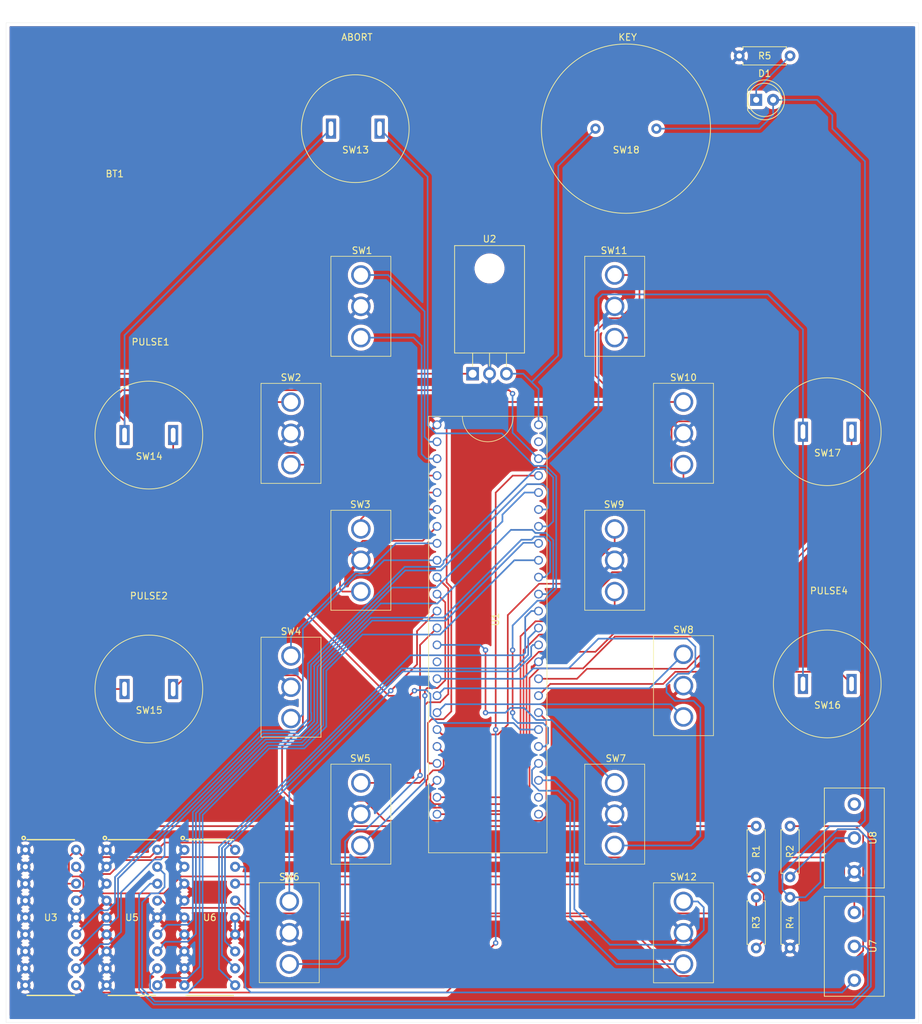
<source format=kicad_pcb>
(kicad_pcb (version 20171130) (host pcbnew "(5.1.10)-1")
  (title_block (date 2020-09-20) (rev Launchbox) (company v01) (comment 4 "Author: Ankit Khandelwal"))
  (layers (0 F.Cu signal) (31 B.Cu signal) (34 B.Paste user) (35 F.Paste user) (36 B.SilkS user) (37 F.SilkS user) (38 B.Mask user) (39 F.Mask user) (44 Edge.Cuts user))
  (net 0 "")
  (net 1 GND)
  (net 2 "Net-(SW1-Pad1)")
  (net 3 "Net-(SW1-Pad3)")
  (net 4 "Net-(SW2-Pad1)")
  (net 5 "Net-(SW2-Pad3)")
  (net 6 "Net-(SW3-Pad3)")
  (net 7 "Net-(SW3-Pad1)")
  (net 8 "Net-(SW4-Pad1)")
  (net 9 "Net-(SW4-Pad3)")
  (net 10 "Net-(SW6-Pad1)")
  (net 11 "Net-(SW6-Pad3)")
  (net 12 "Net-(SW7-Pad3)")
  (net 13 "Net-(SW7-Pad1)")
  (net 14 "Net-(SW8-Pad1)")
  (net 15 "Net-(SW8-Pad3)")
  (net 16 "Net-(SW9-Pad3)")
  (net 17 "Net-(SW9-Pad1)")
  (net 18 "Net-(SW10-Pad3)")
  (net 19 "Net-(SW10-Pad1)")
  (net 20 "Net-(SW11-Pad1)")
  (net 21 "Net-(SW11-Pad3)")
  (net 22 "Net-(SW12-Pad1)")
  (net 23 "Net-(SW12-Pad3)")
  (net 24 "Net-(SW14-Pad2)")
  (net 25 "Net-(SW15-Pad2)")
  (net 26 "Net-(SW16-Pad2)")
  (net 27 "Net-(SW17-Pad2)")
  (net 28 "Net-(U1-Pad13)")
  (net 29 "Net-(U1-Pad14)")
  (net 30 "Net-(U1-Pad15)")
  (net 31 "Net-(U1-Pad16)")
  (net 32 "Net-(U1-Pad17)")
  (net 33 "Net-(U1-Pad18)")
  (net 34 "Net-(U1-Pad19)")
  (net 35 "Net-(U1-Pad20)")
  (net 36 "Net-(U1-Pad21)")
  (net 37 "Net-(U1-Pad22)")
  (net 38 "Net-(U1-Pad23)")
  (net 39 "Net-(SW5-Pad1)")
  (net 40 "Net-(SW5-Pad3)")
  (net 41 "Net-(SW13-Pad2)")
  (net 42 VCC)
  (net 43 "Net-(R1-Pad2)")
  (net 44 "Net-(R1-Pad1)")
  (net 45 "Net-(R2-Pad2)")
  (net 46 "Net-(R2-Pad1)")
  (net 47 "Net-(R3-Pad2)")
  (net 48 "Net-(R3-Pad1)")
  (net 49 "Net-(U3-Pad17)")
  (net 50 "Net-(U5-Pad17)")
  (net 51 "Net-(U6-Pad17)")
  (net 52 "Net-(D1-Pad2)")
  (net 53 "Net-(D1-Pad1)")
  (net 54 3.3V)
  (net 55 "Net-(SW18-Pad1)")
  (module Launchbox:Pushbutton (layer F.Cu) (at 120.65 45.974)
    (fp_text reference SW18 (at 0.04064 3.19024) (layer F.SilkS))
    (fp_text value SW_Push)
    (pad 1 thru_hole circle (at -4.572 0 90) (size 1.524 1.524) (drill 0.762) (layers *.Cu *.Mask) (net 55 "Net-(SW18-Pad1)"))
    (pad 2 thru_hole circle (at 4.572 0 90) (size 1.524 1.524) (drill 0.762) (layers *.Cu *.Mask) (net 52 "Net-(D1-Pad2)"))
  )
  (module Launchbox:Pushbutton (layer F.Cu) (at 150.876 91.44)
    (fp_text reference SW17 (at 0.04064 3.19024) (layer F.SilkS))
    (fp_text value SW_Push)
    (pad 2 thru_hole rect (at 3.65 0 90) (size 3 1.524) (drill oval 2.2 0.7) (layers *.Cu *.Mask) (net 27 "Net-(SW17-Pad2)"))
    (pad 1 thru_hole rect (at -3.65 0 90) (size 3 1.524) (drill oval 2.2 0.7) (layers *.Cu *.Mask) (net 54 3.3V))
  )
  (module Launchbox:Pushbutton (layer F.Cu) (at 49.022 130.048)
    (fp_text reference SW15 (at 0.04064 3.19024) (layer F.SilkS))
    (fp_text value SW_Push)
    (pad 2 thru_hole rect (at 3.65 0 90) (size 3 1.524) (drill oval 2.2 0.7) (layers *.Cu *.Mask) (net 25 "Net-(SW15-Pad2)"))
    (pad 1 thru_hole rect (at -3.65 0 90) (size 3 1.524) (drill oval 2.2 0.7) (layers *.Cu *.Mask) (net 54 3.3V))
  )
  (module Launchbox:Pushbutton (layer F.Cu) (at 150.876 129.286)
    (fp_text reference SW16 (at 0.04064 3.19024) (layer F.SilkS))
    (fp_text value SW_Push)
    (pad 2 thru_hole rect (at 3.65 0 90) (size 3 1.524) (drill oval 2.2 0.7) (layers *.Cu *.Mask) (net 26 "Net-(SW16-Pad2)"))
    (pad 1 thru_hole rect (at -3.65 0 90) (size 3 1.524) (drill oval 2.2 0.7) (layers *.Cu *.Mask) (net 54 3.3V))
  )
  (module Launchbox:Pushbutton (layer F.Cu) (at 80.01 45.974)
    (fp_text reference SW13 (at 0.04064 3.19024) (layer F.SilkS))
    (fp_text value SW_Push)
    (pad 2 thru_hole rect (at 3.65 0 90) (size 3 1.524) (drill oval 2.2 0.7) (layers *.Cu *.Mask) (net 41 "Net-(SW13-Pad2)"))
    (pad 1 thru_hole rect (at -3.65 0 90) (size 3 1.524) (drill oval 2.2 0.7) (layers *.Cu *.Mask) (net 54 3.3V))
  )
  (module Launchbox:Pushbutton (layer F.Cu) (at 49.022 91.948)
    (fp_text reference SW14 (at 0.04064 3.19024) (layer F.SilkS))
    (fp_text value SW_Push)
    (pad 2 thru_hole rect (at 3.65 0 90) (size 3 1.524) (drill oval 2.2 0.7) (layers *.Cu *.Mask) (net 24 "Net-(SW14-Pad2)"))
    (pad 1 thru_hole rect (at -3.65 0 90) (size 3 1.524) (drill oval 2.2 0.7) (layers *.Cu *.Mask) (net 54 3.3V))
  )
  (module "Launchbox:Teensy 3.6" (layer F.Cu) (at 99.905 119.619 90)
    (fp_text reference U1 (at 0 1.187 90) (layer F.SilkS))
    (fp_text value Teensy3.6)
    (pad 40 thru_hole circle (at 29.21 7.62 90) (size 1.3208 1.3208) (drill 0.9398) (layers *.Cu *.Mask) (net 55 "Net-(SW18-Pad1)"))
    (pad 41 thru_hole circle (at 26.67 7.62 90) (size 1.3208 1.3208) (drill 0.9398) (layers *.Cu *.Mask))
    (pad 42 thru_hole circle (at 24.13 7.62 90) (size 1.3208 1.3208) (drill 0.9398) (layers *.Cu *.Mask) (net 54 3.3V))
    (pad 23 thru_hole circle (at 21.59 7.62 90) (size 1.3208 1.3208) (drill 0.9398) (layers *.Cu *.Mask) (net 38 "Net-(U1-Pad23)"))
    (pad 22 thru_hole circle (at 19.05 7.62 90) (size 1.3208 1.3208) (drill 0.9398) (layers *.Cu *.Mask) (net 37 "Net-(U1-Pad22)"))
    (pad 21 thru_hole circle (at 16.51 7.62 90) (size 1.3208 1.3208) (drill 0.9398) (layers *.Cu *.Mask) (net 36 "Net-(U1-Pad21)"))
    (pad 20 thru_hole circle (at 13.97 7.62 90) (size 1.3208 1.3208) (drill 0.9398) (layers *.Cu *.Mask) (net 35 "Net-(U1-Pad20)"))
    (pad 19 thru_hole circle (at 11.43 7.62 90) (size 1.3208 1.3208) (drill 0.9398) (layers *.Cu *.Mask) (net 34 "Net-(U1-Pad19)"))
    (pad 18 thru_hole circle (at 8.89 7.62 90) (size 1.3208 1.3208) (drill 0.9398) (layers *.Cu *.Mask) (net 33 "Net-(U1-Pad18)"))
    (pad 17 thru_hole circle (at 6.35 7.62 90) (size 1.3208 1.3208) (drill 0.9398) (layers *.Cu *.Mask) (net 32 "Net-(U1-Pad17)"))
    (pad 16 thru_hole circle (at 3.81 7.62 90) (size 1.3208 1.3208) (drill 0.9398) (layers *.Cu *.Mask) (net 31 "Net-(U1-Pad16)"))
    (pad 15 thru_hole circle (at 1.27 7.62 90) (size 1.3208 1.3208) (drill 0.9398) (layers *.Cu *.Mask) (net 30 "Net-(U1-Pad15)"))
    (pad 14 thru_hole circle (at -1.27 7.62 90) (size 1.3208 1.3208) (drill 0.9398) (layers *.Cu *.Mask) (net 29 "Net-(U1-Pad14)"))
    (pad 13 thru_hole circle (at -3.81 7.62 90) (size 1.3208 1.3208) (drill 0.9398) (layers *.Cu *.Mask) (net 28 "Net-(U1-Pad13)"))
    (pad 43 thru_hole circle (at -6.35 7.62 90) (size 1.3208 1.3208) (drill 0.9398) (layers *.Cu *.Mask) (net 1 GND))
    (pad 44 thru_hole circle (at -8.89 7.62 90) (size 1.3208 1.3208) (drill 0.9398) (layers *.Cu *.Mask) (net 27 "Net-(SW17-Pad2)"))
    (pad 45 thru_hole circle (at -11.43 7.62 90) (size 1.3208 1.3208) (drill 0.9398) (layers *.Cu *.Mask) (net 26 "Net-(SW16-Pad2)"))
    (pad 39 thru_hole circle (at -13.97 7.62 90) (size 1.3208 1.3208) (drill 0.9398) (layers *.Cu *.Mask) (net 25 "Net-(SW15-Pad2)"))
    (pad 38 thru_hole circle (at -16.51 7.62 90) (size 1.3208 1.3208) (drill 0.9398) (layers *.Cu *.Mask) (net 24 "Net-(SW14-Pad2)"))
    (pad 37 thru_hole circle (at -19.05 7.62 90) (size 1.3208 1.3208) (drill 0.9398) (layers *.Cu *.Mask) (net 41 "Net-(SW13-Pad2)"))
    (pad 36 thru_hole circle (at -21.59 7.62 90) (size 1.3208 1.3208) (drill 0.9398) (layers *.Cu *.Mask) (net 23 "Net-(SW12-Pad3)"))
    (pad 35 thru_hole circle (at -24.13 7.62 90) (size 1.3208 1.3208) (drill 0.9398) (layers *.Cu *.Mask) (net 22 "Net-(SW12-Pad1)"))
    (pad 34 thru_hole circle (at -26.67 7.62 90) (size 1.3208 1.3208) (drill 0.9398) (layers *.Cu *.Mask))
    (pad 33 thru_hole circle (at -29.21 7.62 90) (size 1.3208 1.3208) (drill 0.9398) (layers *.Cu *.Mask))
    (pad 46 thru_hole circle (at 29.21 -7.62 90) (size 1.3208 1.3208) (drill 0.9398) (layers *.Cu *.Mask) (net 1 GND))
    (pad 0 thru_hole circle (at 26.67 -7.62 90) (size 1.3208 1.3208) (drill 0.9398) (layers *.Cu *.Mask) (net 2 "Net-(SW1-Pad1)"))
    (pad 1 thru_hole circle (at 24.13 -7.62 90) (size 1.3208 1.3208) (drill 0.9398) (layers *.Cu *.Mask) (net 3 "Net-(SW1-Pad3)"))
    (pad 2 thru_hole circle (at 21.59 -7.62 90) (size 1.3208 1.3208) (drill 0.9398) (layers *.Cu *.Mask) (net 4 "Net-(SW2-Pad1)"))
    (pad 3 thru_hole circle (at 19.05 -7.62 90) (size 1.3208 1.3208) (drill 0.9398) (layers *.Cu *.Mask) (net 5 "Net-(SW2-Pad3)"))
    (pad 4 thru_hole circle (at 16.51 -7.62 90) (size 1.3208 1.3208) (drill 0.9398) (layers *.Cu *.Mask) (net 7 "Net-(SW3-Pad1)"))
    (pad 5 thru_hole circle (at 13.97 -7.62 90) (size 1.3208 1.3208) (drill 0.9398) (layers *.Cu *.Mask) (net 6 "Net-(SW3-Pad3)"))
    (pad 6 thru_hole circle (at 11.43 -7.62 90) (size 1.3208 1.3208) (drill 0.9398) (layers *.Cu *.Mask) (net 8 "Net-(SW4-Pad1)"))
    (pad 7 thru_hole circle (at 8.89 -7.62 90) (size 1.3208 1.3208) (drill 0.9398) (layers *.Cu *.Mask) (net 9 "Net-(SW4-Pad3)"))
    (pad 8 thru_hole circle (at 6.35 -7.62 90) (size 1.3208 1.3208) (drill 0.9398) (layers *.Cu *.Mask) (net 39 "Net-(SW5-Pad1)"))
    (pad 9 thru_hole circle (at 3.81 -7.62 90) (size 1.3208 1.3208) (drill 0.9398) (layers *.Cu *.Mask) (net 40 "Net-(SW5-Pad3)"))
    (pad 10 thru_hole circle (at 1.27 -7.62 90) (size 1.3208 1.3208) (drill 0.9398) (layers *.Cu *.Mask) (net 10 "Net-(SW6-Pad1)"))
    (pad 11 thru_hole circle (at -1.27 -7.62 90) (size 1.3208 1.3208) (drill 0.9398) (layers *.Cu *.Mask) (net 11 "Net-(SW6-Pad3)"))
    (pad 12 thru_hole circle (at -3.81 -7.62 90) (size 1.3208 1.3208) (drill 0.9398) (layers *.Cu *.Mask) (net 13 "Net-(SW7-Pad1)"))
    (pad 47 thru_hole circle (at -6.35 -7.62 90) (size 1.3208 1.3208) (drill 0.9398) (layers *.Cu *.Mask))
    (pad 24 thru_hole circle (at -8.89 -7.62 90) (size 1.3208 1.3208) (drill 0.9398) (layers *.Cu *.Mask) (net 12 "Net-(SW7-Pad3)"))
    (pad 25 thru_hole circle (at -11.43 -7.62 90) (size 1.3208 1.3208) (drill 0.9398) (layers *.Cu *.Mask) (net 14 "Net-(SW8-Pad1)"))
    (pad 26 thru_hole circle (at -13.97 -7.62 90) (size 1.3208 1.3208) (drill 0.9398) (layers *.Cu *.Mask) (net 15 "Net-(SW8-Pad3)"))
    (pad 27 thru_hole circle (at -16.51 -7.62 90) (size 1.3208 1.3208) (drill 0.9398) (layers *.Cu *.Mask) (net 17 "Net-(SW9-Pad1)"))
    (pad 28 thru_hole circle (at -19.05 -7.62 90) (size 1.3208 1.3208) (drill 0.9398) (layers *.Cu *.Mask) (net 16 "Net-(SW9-Pad3)"))
    (pad 29 thru_hole circle (at -21.59 -7.62 90) (size 1.3208 1.3208) (drill 0.9398) (layers *.Cu *.Mask) (net 19 "Net-(SW10-Pad1)"))
    (pad 30 thru_hole circle (at -24.13 -7.62 90) (size 1.3208 1.3208) (drill 0.9398) (layers *.Cu *.Mask) (net 18 "Net-(SW10-Pad3)"))
    (pad 31 thru_hole circle (at -26.67 -7.62 90) (size 1.3208 1.3208) (drill 0.9398) (layers *.Cu *.Mask) (net 20 "Net-(SW11-Pad1)"))
    (pad 32 thru_hole circle (at -29.21 -7.62 90) (size 1.3208 1.3208) (drill 0.9398) (layers *.Cu *.Mask) (net 21 "Net-(SW11-Pad3)"))
  )
  (module Launchbox:HT12E (layer F.Cu) (at 34.29 164.338 270)
    (fp_text reference U3 (at 0 0 180) (layer F.SilkS))
    (fp_text value HT12E)
    (pad 17 thru_hole circle (at -7.62 -3.81 270) (size 1.524 1.524) (drill 0.762) (layers *.Cu *.Mask) (net 49 "Net-(U3-Pad17)"))
    (pad 12 thru_hole circle (at 5.08 -3.81 270) (size 1.524 1.524) (drill 0.762) (layers *.Cu *.Mask) (net 36 "Net-(U1-Pad21)"))
    (pad 11 thru_hole circle (at 7.62 -3.81 270) (size 1.524 1.524) (drill 0.762) (layers *.Cu *.Mask) (net 37 "Net-(U1-Pad22)"))
    (pad 18 thru_hole circle (at -10.16 -3.81 270) (size 1.524 1.524) (drill 0.762) (layers *.Cu *.Mask) (net 54 3.3V))
    (pad 16 thru_hole circle (at -5.08 -3.81 270) (size 1.524 1.524) (drill 0.762) (layers *.Cu *.Mask) (net 44 "Net-(R1-Pad1)"))
    (pad 13 thru_hole circle (at 2.54 -3.81 270) (size 1.524 1.524) (drill 0.762) (layers *.Cu *.Mask) (net 35 "Net-(U1-Pad20)"))
    (pad 14 thru_hole circle (at 0 -3.81 270) (size 1.524 1.524) (drill 0.762) (layers *.Cu *.Mask) (net 1 GND))
    (pad 15 thru_hole circle (at -2.54 -3.81 270) (size 1.524 1.524) (drill 0.762) (layers *.Cu *.Mask) (net 43 "Net-(R1-Pad2)"))
    (pad 10 thru_hole circle (at 10.16 -3.81 270) (size 1.524 1.524) (drill 0.762) (layers *.Cu *.Mask) (net 38 "Net-(U1-Pad23)"))
    (pad 9 thru_hole circle (at 10.16 3.81 270) (size 1.524 1.524) (drill 0.762) (layers *.Cu *.Mask) (net 1 GND))
    (pad 8 thru_hole circle (at 7.62 3.81 270) (size 1.524 1.524) (drill 0.762) (layers *.Cu *.Mask) (net 1 GND))
    (pad 7 thru_hole circle (at 5.08 3.81 270) (size 1.524 1.524) (drill 0.762) (layers *.Cu *.Mask) (net 1 GND))
    (pad 6 thru_hole circle (at 2.54 3.81 270) (size 1.524 1.524) (drill 0.762) (layers *.Cu *.Mask) (net 1 GND))
    (pad 5 thru_hole circle (at 0 3.81 270) (size 1.524 1.524) (drill 0.762) (layers *.Cu *.Mask) (net 1 GND))
    (pad 4 thru_hole circle (at -2.54 3.81 270) (size 1.524 1.524) (drill 0.762) (layers *.Cu *.Mask) (net 1 GND))
    (pad 3 thru_hole circle (at -5.08 3.81 270) (size 1.524 1.524) (drill 0.762) (layers *.Cu *.Mask) (net 1 GND))
    (pad 2 thru_hole circle (at -7.62 3.81 270) (size 1.524 1.524) (drill 0.762) (layers *.Cu *.Mask) (net 1 GND))
    (pad 1 thru_hole circle (at -10.16 3.81 270) (size 1.524 1.524) (drill 0.762) (layers *.Cu *.Mask) (net 1 GND))
  )
  (module Resistor_THT:R_Axial_DIN0207_L6.3mm_D2.5mm_P7.62mm_Horizontal (layer F.Cu) (at 137.668 35.052)
    (fp_text reference R5 (at 3.81 0) (layer F.SilkS))
    (fp_text value R_US)
    (pad 2 thru_hole oval (at 7.62 0) (size 1.6 1.6) (drill 0.8) (layers *.Cu *.Mask) (net 53 "Net-(D1-Pad1)"))
    (pad 1 thru_hole circle (at 0 0) (size 1.6 1.6) (drill 0.8) (layers *.Cu *.Mask) (net 1 GND))
  )
  (module LED_THT:LED_D5.0mm (layer F.Cu) (at 140.208 41.656)
    (fp_text reference D1 (at 1.27 -3.96) (layer F.SilkS))
    (fp_text value LED)
    (pad 2 thru_hole circle (at 2.54 0) (size 1.8 1.8) (drill 0.9) (layers *.Cu *.Mask) (net 52 "Net-(D1-Pad2)"))
    (pad 1 thru_hole rect (at 0 0) (size 1.8 1.8) (drill 0.9) (layers *.Cu *.Mask) (net 53 "Net-(D1-Pad1)"))
  )
  (module Launchbox:SPDT_Slide_Switch (layer F.Cu) (at 129.286 129.54 270)
    (fp_text reference SW8 (at -8.382 0 180) (layer F.SilkS))
    (fp_text value SW_SPDT_MSM)
    (pad 3 thru_hole circle (at 4.699 0 270) (size 2.921 2.921) (drill 2.159) (layers *.Cu *.Mask) (net 15 "Net-(SW8-Pad3)"))
    (pad 2 thru_hole circle (at 0 0 270) (size 2.921 2.921) (drill 2.159) (layers *.Cu *.Mask) (net 1 GND))
    (pad 1 thru_hole circle (at -4.699 0 270) (size 2.921 2.921) (drill 2.159) (layers *.Cu *.Mask) (net 14 "Net-(SW8-Pad1)"))
  )
  (module Launchbox:HT12E (layer F.Cu) (at 58.166 164.338 270)
    (fp_text reference U6 (at 0 0 180) (layer F.SilkS))
    (fp_text value HT12E)
    (pad 17 thru_hole circle (at -7.62 -3.81 270) (size 1.524 1.524) (drill 0.762) (layers *.Cu *.Mask) (net 51 "Net-(U6-Pad17)"))
    (pad 12 thru_hole circle (at 5.08 -3.81 270) (size 1.524 1.524) (drill 0.762) (layers *.Cu *.Mask) (net 28 "Net-(U1-Pad13)"))
    (pad 11 thru_hole circle (at 7.62 -3.81 270) (size 1.524 1.524) (drill 0.762) (layers *.Cu *.Mask) (net 29 "Net-(U1-Pad14)"))
    (pad 18 thru_hole circle (at -10.16 -3.81 270) (size 1.524 1.524) (drill 0.762) (layers *.Cu *.Mask) (net 54 3.3V))
    (pad 16 thru_hole circle (at -5.08 -3.81 270) (size 1.524 1.524) (drill 0.762) (layers *.Cu *.Mask) (net 48 "Net-(R3-Pad1)"))
    (pad 13 thru_hole circle (at 2.54 -3.81 270) (size 1.524 1.524) (drill 0.762) (layers *.Cu *.Mask) (net 1 GND))
    (pad 14 thru_hole circle (at 0 -3.81 270) (size 1.524 1.524) (drill 0.762) (layers *.Cu *.Mask) (net 1 GND))
    (pad 15 thru_hole circle (at -2.54 -3.81 270) (size 1.524 1.524) (drill 0.762) (layers *.Cu *.Mask) (net 47 "Net-(R3-Pad2)"))
    (pad 10 thru_hole circle (at 10.16 -3.81 270) (size 1.524 1.524) (drill 0.762) (layers *.Cu *.Mask) (net 30 "Net-(U1-Pad15)"))
    (pad 9 thru_hole circle (at 10.16 3.81 270) (size 1.524 1.524) (drill 0.762) (layers *.Cu *.Mask) (net 1 GND))
    (pad 8 thru_hole circle (at 7.62 3.81 270) (size 1.524 1.524) (drill 0.762) (layers *.Cu *.Mask) (net 1 GND))
    (pad 7 thru_hole circle (at 5.08 3.81 270) (size 1.524 1.524) (drill 0.762) (layers *.Cu *.Mask) (net 1 GND))
    (pad 6 thru_hole circle (at 2.54 3.81 270) (size 1.524 1.524) (drill 0.762) (layers *.Cu *.Mask) (net 1 GND))
    (pad 5 thru_hole circle (at 0 3.81 270) (size 1.524 1.524) (drill 0.762) (layers *.Cu *.Mask) (net 1 GND))
    (pad 4 thru_hole circle (at -2.54 3.81 270) (size 1.524 1.524) (drill 0.762) (layers *.Cu *.Mask) (net 1 GND))
    (pad 3 thru_hole circle (at -5.08 3.81 270) (size 1.524 1.524) (drill 0.762) (layers *.Cu *.Mask) (net 1 GND))
    (pad 2 thru_hole circle (at -7.62 3.81 270) (size 1.524 1.524) (drill 0.762) (layers *.Cu *.Mask) (net 1 GND))
    (pad 1 thru_hole circle (at -10.16 3.81 270) (size 1.524 1.524) (drill 0.762) (layers *.Cu *.Mask) (net 1 GND))
  )
  (module Launchbox:SPDT_Slide_Switch (layer F.Cu) (at 118.955 110.729 270)
    (fp_text reference SW9 (at -8.367 0.083 180) (layer F.SilkS))
    (fp_text value SW_SPDT_MSM)
    (pad 3 thru_hole circle (at 4.699 0 270) (size 2.921 2.921) (drill 2.159) (layers *.Cu *.Mask) (net 16 "Net-(SW9-Pad3)"))
    (pad 2 thru_hole circle (at 0 0 270) (size 2.921 2.921) (drill 2.159) (layers *.Cu *.Mask) (net 1 GND))
    (pad 1 thru_hole circle (at -4.699 0 270) (size 2.921 2.921) (drill 2.159) (layers *.Cu *.Mask) (net 17 "Net-(SW9-Pad1)"))
  )
  (module Launchbox:SPDT_Slide_Switch (layer F.Cu) (at 118.955 148.829 270)
    (fp_text reference SW7 (at -8.367 -0.171 180) (layer F.SilkS))
    (fp_text value SW_SPDT_MSM)
    (pad 3 thru_hole circle (at 4.699 0 270) (size 2.921 2.921) (drill 2.159) (layers *.Cu *.Mask) (net 12 "Net-(SW7-Pad3)"))
    (pad 2 thru_hole circle (at 0 0 270) (size 2.921 2.921) (drill 2.159) (layers *.Cu *.Mask) (net 1 GND))
    (pad 1 thru_hole circle (at -4.699 0 270) (size 2.921 2.921) (drill 2.159) (layers *.Cu *.Mask) (net 13 "Net-(SW7-Pad1)"))
  )
  (module Launchbox:ScrewTerminals (layer F.Cu) (at 154.94 152.4 90)
    (fp_text reference U8 (at 0.02 2.794 90) (layer F.SilkS))
    (fp_text value SerialScrewTerminals)
    (pad 3 thru_hole circle (at 5.08 0 90) (size 2 2) (drill 1.2) (layers *.Cu *.Mask))
    (pad 2 thru_hole circle (at 0 0 90) (size 2 2) (drill 1.2) (layers *.Cu *.Mask) (net 52 "Net-(D1-Pad2)"))
    (pad 1 thru_hole circle (at -5.08 0 90) (size 2 2) (drill 1.2) (layers *.Cu *.Mask) (net 1 GND))
  )
  (module Launchbox:SPDT_Slide_Switch (layer F.Cu) (at 80.855 110.729 270)
    (fp_text reference SW3 (at -8.367 0.083 180) (layer F.SilkS))
    (fp_text value SW_SPDT_MSM)
    (pad 3 thru_hole circle (at 4.699 0 270) (size 2.921 2.921) (drill 2.159) (layers *.Cu *.Mask) (net 6 "Net-(SW3-Pad3)"))
    (pad 2 thru_hole circle (at 0 0 270) (size 2.921 2.921) (drill 2.159) (layers *.Cu *.Mask) (net 1 GND))
    (pad 1 thru_hole circle (at -4.699 0 270) (size 2.921 2.921) (drill 2.159) (layers *.Cu *.Mask) (net 7 "Net-(SW3-Pad1)"))
  )
  (module Launchbox:SPDT_Slide_Switch (layer F.Cu) (at 80.855 148.829 270)
    (fp_text reference SW5 (at -8.367 0.083 180) (layer F.SilkS))
    (fp_text value SW_SPDT_MSM)
    (pad 3 thru_hole circle (at 4.699 0 270) (size 2.921 2.921) (drill 2.159) (layers *.Cu *.Mask) (net 40 "Net-(SW5-Pad3)"))
    (pad 2 thru_hole circle (at 0 0 270) (size 2.921 2.921) (drill 2.159) (layers *.Cu *.Mask) (net 1 GND))
    (pad 1 thru_hole circle (at -4.699 0 270) (size 2.921 2.921) (drill 2.159) (layers *.Cu *.Mask) (net 39 "Net-(SW5-Pad1)"))
  )
  (module Launchbox:ScrewTerminals (layer F.Cu) (at 154.94 168.656 90)
    (fp_text reference U7 (at 0.02 2.794 90) (layer F.SilkS))
    (fp_text value SerialScrewTerminals)
    (pad 3 thru_hole circle (at 5.08 0 90) (size 2 2) (drill 1.2) (layers *.Cu *.Mask) (net 49 "Net-(U3-Pad17)"))
    (pad 2 thru_hole circle (at 0 0 90) (size 2 2) (drill 1.2) (layers *.Cu *.Mask) (net 50 "Net-(U5-Pad17)"))
    (pad 1 thru_hole circle (at -5.08 0 90) (size 2 2) (drill 1.2) (layers *.Cu *.Mask) (net 51 "Net-(U6-Pad17)"))
  )
  (module Launchbox:SPDT_Slide_Switch (layer F.Cu) (at 70.358 91.694 270)
    (fp_text reference SW2 (at -8.382 0 180) (layer F.SilkS))
    (fp_text value SW_SPDT_MSM)
    (pad 3 thru_hole circle (at 4.699 0 270) (size 2.921 2.921) (drill 2.159) (layers *.Cu *.Mask) (net 5 "Net-(SW2-Pad3)"))
    (pad 2 thru_hole circle (at 0 0 270) (size 2.921 2.921) (drill 2.159) (layers *.Cu *.Mask) (net 1 GND))
    (pad 1 thru_hole circle (at -4.699 0 270) (size 2.921 2.921) (drill 2.159) (layers *.Cu *.Mask) (net 4 "Net-(SW2-Pad1)"))
  )
  (module Launchbox:SPDT_Slide_Switch (layer F.Cu) (at 129.286 91.679 270)
    (fp_text reference SW10 (at -8.367 0 180) (layer F.SilkS))
    (fp_text value SW_SPDT_MSM)
    (pad 3 thru_hole circle (at 4.699 0 270) (size 2.921 2.921) (drill 2.159) (layers *.Cu *.Mask) (net 18 "Net-(SW10-Pad3)"))
    (pad 2 thru_hole circle (at 0 0 270) (size 2.921 2.921) (drill 2.159) (layers *.Cu *.Mask) (net 1 GND))
    (pad 1 thru_hole circle (at -4.699 0 270) (size 2.921 2.921) (drill 2.159) (layers *.Cu *.Mask) (net 19 "Net-(SW10-Pad1)"))
  )
  (module Launchbox:SPDT_Slide_Switch (layer F.Cu) (at 70.358 129.779 270)
    (fp_text reference SW4 (at -8.367 0 180) (layer F.SilkS))
    (fp_text value SW_SPDT_MSM)
    (pad 3 thru_hole circle (at 4.699 0 270) (size 2.921 2.921) (drill 2.159) (layers *.Cu *.Mask) (net 9 "Net-(SW4-Pad3)"))
    (pad 2 thru_hole circle (at 0 0 270) (size 2.921 2.921) (drill 2.159) (layers *.Cu *.Mask) (net 1 GND))
    (pad 1 thru_hole circle (at -4.699 0 270) (size 2.921 2.921) (drill 2.159) (layers *.Cu *.Mask) (net 8 "Net-(SW4-Pad1)"))
  )
  (module Launchbox:SPDT_Slide_Switch (layer F.Cu) (at 129.286 166.624 270)
    (fp_text reference SW12 (at -8.382 0 180) (layer F.SilkS))
    (fp_text value SW_SPDT_MSM)
    (pad 3 thru_hole circle (at 4.699 0 270) (size 2.921 2.921) (drill 2.159) (layers *.Cu *.Mask) (net 23 "Net-(SW12-Pad3)"))
    (pad 2 thru_hole circle (at 0 0 270) (size 2.921 2.921) (drill 2.159) (layers *.Cu *.Mask) (net 1 GND))
    (pad 1 thru_hole circle (at -4.699 0 270) (size 2.921 2.921) (drill 2.159) (layers *.Cu *.Mask) (net 22 "Net-(SW12-Pad1)"))
  )
  (module Resistor_THT:R_Axial_DIN0207_L6.3mm_D2.5mm_P7.62mm_Horizontal (layer F.Cu) (at 145.288 158.242 90)
    (fp_text reference R2 (at 3.81 0 90) (layer F.SilkS))
    (fp_text value R_US)
    (pad 2 thru_hole oval (at 7.62 0 90) (size 1.6 1.6) (drill 0.8) (layers *.Cu *.Mask) (net 45 "Net-(R2-Pad2)"))
    (pad 1 thru_hole circle (at 0 0 90) (size 1.6 1.6) (drill 0.8) (layers *.Cu *.Mask) (net 46 "Net-(R2-Pad1)"))
  )
  (module Package_TO_SOT_THT:TO-220F-3_Horizontal_TabDown (layer F.Cu) (at 97.63 82.744)
    (fp_text reference U2 (at 2.54 -20.22) (layer F.SilkS))
    (fp_text value L7805)
    (pad "" np_thru_hole oval (at 2.54 -15.8) (size 3.5 3.5) (drill 3.5) (layers *.Cu *.Mask))
    (pad 1 thru_hole rect (at 0 0) (size 1.905 2) (drill 1.2) (layers *.Cu *.Mask) (net 42 VCC))
    (pad 2 thru_hole oval (at 2.54 0) (size 1.905 2) (drill 1.2) (layers *.Cu *.Mask) (net 1 GND))
    (pad 3 thru_hole oval (at 5.08 0) (size 1.905 2) (drill 1.2) (layers *.Cu *.Mask) (net 55 "Net-(SW18-Pad1)"))
  )
  (module Launchbox:SPDT_Slide_Switch (layer F.Cu) (at 80.855 72.629 270)
    (fp_text reference SW1 (at -8.367 -0.171 180) (layer F.SilkS))
    (fp_text value SW_SPDT_MSM)
    (pad 3 thru_hole circle (at 4.699 0 270) (size 2.921 2.921) (drill 2.159) (layers *.Cu *.Mask) (net 3 "Net-(SW1-Pad3)"))
    (pad 2 thru_hole circle (at 0 0 270) (size 2.921 2.921) (drill 2.159) (layers *.Cu *.Mask) (net 1 GND))
    (pad 1 thru_hole circle (at -4.699 0 270) (size 2.921 2.921) (drill 2.159) (layers *.Cu *.Mask) (net 2 "Net-(SW1-Pad1)"))
  )
  (module Resistor_THT:R_Axial_DIN0207_L6.3mm_D2.5mm_P7.62mm_Horizontal (layer F.Cu) (at 145.288 168.91 90)
    (fp_text reference R4 (at 3.81 0 90) (layer F.SilkS))
    (fp_text value R_US)
    (pad 2 thru_hole oval (at 7.62 0 90) (size 1.6 1.6) (drill 0.8) (layers *.Cu *.Mask) (net 52 "Net-(D1-Pad2)"))
    (pad 1 thru_hole circle (at 0 0 90) (size 1.6 1.6) (drill 0.8) (layers *.Cu *.Mask) (net 1 GND))
  )
  (module Launchbox:HT12E (layer F.Cu) (at 46.482 164.338 270)
    (fp_text reference U5 (at 0 0 180) (layer F.SilkS))
    (fp_text value HT12E)
    (pad 17 thru_hole circle (at -7.62 -3.81 270) (size 1.524 1.524) (drill 0.762) (layers *.Cu *.Mask) (net 50 "Net-(U5-Pad17)"))
    (pad 12 thru_hole circle (at 5.08 -3.81 270) (size 1.524 1.524) (drill 0.762) (layers *.Cu *.Mask) (net 32 "Net-(U1-Pad17)"))
    (pad 11 thru_hole circle (at 7.62 -3.81 270) (size 1.524 1.524) (drill 0.762) (layers *.Cu *.Mask) (net 33 "Net-(U1-Pad18)"))
    (pad 18 thru_hole circle (at -10.16 -3.81 270) (size 1.524 1.524) (drill 0.762) (layers *.Cu *.Mask) (net 54 3.3V))
    (pad 16 thru_hole circle (at -5.08 -3.81 270) (size 1.524 1.524) (drill 0.762) (layers *.Cu *.Mask) (net 46 "Net-(R2-Pad1)"))
    (pad 13 thru_hole circle (at 2.54 -3.81 270) (size 1.524 1.524) (drill 0.762) (layers *.Cu *.Mask) (net 31 "Net-(U1-Pad16)"))
    (pad 14 thru_hole circle (at 0 -3.81 270) (size 1.524 1.524) (drill 0.762) (layers *.Cu *.Mask) (net 1 GND))
    (pad 15 thru_hole circle (at -2.54 -3.81 270) (size 1.524 1.524) (drill 0.762) (layers *.Cu *.Mask) (net 45 "Net-(R2-Pad2)"))
    (pad 10 thru_hole circle (at 10.16 -3.81 270) (size 1.524 1.524) (drill 0.762) (layers *.Cu *.Mask) (net 34 "Net-(U1-Pad19)"))
    (pad 9 thru_hole circle (at 10.16 3.81 270) (size 1.524 1.524) (drill 0.762) (layers *.Cu *.Mask) (net 1 GND))
    (pad 8 thru_hole circle (at 7.62 3.81 270) (size 1.524 1.524) (drill 0.762) (layers *.Cu *.Mask) (net 1 GND))
    (pad 7 thru_hole circle (at 5.08 3.81 270) (size 1.524 1.524) (drill 0.762) (layers *.Cu *.Mask) (net 1 GND))
    (pad 6 thru_hole circle (at 2.54 3.81 270) (size 1.524 1.524) (drill 0.762) (layers *.Cu *.Mask) (net 1 GND))
    (pad 5 thru_hole circle (at 0 3.81 270) (size 1.524 1.524) (drill 0.762) (layers *.Cu *.Mask) (net 1 GND))
    (pad 4 thru_hole circle (at -2.54 3.81 270) (size 1.524 1.524) (drill 0.762) (layers *.Cu *.Mask) (net 1 GND))
    (pad 3 thru_hole circle (at -5.08 3.81 270) (size 1.524 1.524) (drill 0.762) (layers *.Cu *.Mask) (net 1 GND))
    (pad 2 thru_hole circle (at -7.62 3.81 270) (size 1.524 1.524) (drill 0.762) (layers *.Cu *.Mask) (net 1 GND))
    (pad 1 thru_hole circle (at -10.16 3.81 270) (size 1.524 1.524) (drill 0.762) (layers *.Cu *.Mask) (net 1 GND))
  )
  (module Launchbox:Lipo_Battery_Connector (layer F.Cu) (at 43.688 45.974)
    (fp_text reference BT1 (at 0.21 6.78) (layer F.SilkS))
    (fp_text value Battery_Cell)
    (pad 2 smd rect (at 7.62 0) (size 9.525 9.525) (layers F.Cu F.Paste F.Mask) (net 1 GND))
    (pad 1 smd rect (at -7.62 0) (size 9.525 9.525) (layers F.Cu F.Paste F.Mask) (net 42 VCC))
  )
  (module Launchbox:SPDT_Slide_Switch (layer F.Cu) (at 70.104 166.609 270)
    (fp_text reference SW6 (at -8.367 0 180) (layer F.SilkS))
    (fp_text value SW_SPDT_MSM)
    (pad 3 thru_hole circle (at 4.699 0 270) (size 2.921 2.921) (drill 2.159) (layers *.Cu *.Mask) (net 11 "Net-(SW6-Pad3)"))
    (pad 2 thru_hole circle (at 0 0 270) (size 2.921 2.921) (drill 2.159) (layers *.Cu *.Mask) (net 1 GND))
    (pad 1 thru_hole circle (at -4.699 0 270) (size 2.921 2.921) (drill 2.159) (layers *.Cu *.Mask) (net 10 "Net-(SW6-Pad1)"))
  )
  (module Resistor_THT:R_Axial_DIN0207_L6.3mm_D2.5mm_P7.62mm_Horizontal (layer F.Cu) (at 140.208 150.622 270)
    (fp_text reference R1 (at 3.81 0 90) (layer F.SilkS))
    (fp_text value R_US)
    (pad 2 thru_hole oval (at 7.62 0 270) (size 1.6 1.6) (drill 0.8) (layers *.Cu *.Mask) (net 43 "Net-(R1-Pad2)"))
    (pad 1 thru_hole circle (at 0 0 270) (size 1.6 1.6) (drill 0.8) (layers *.Cu *.Mask) (net 44 "Net-(R1-Pad1)"))
  )
  (module Launchbox:SPDT_Slide_Switch (layer F.Cu) (at 118.955 72.629 270)
    (fp_text reference SW11 (at -8.367 0.083 180) (layer F.SilkS))
    (fp_text value SW_SPDT_MSM)
    (pad 3 thru_hole circle (at 4.699 0 270) (size 2.921 2.921) (drill 2.159) (layers *.Cu *.Mask) (net 21 "Net-(SW11-Pad3)"))
    (pad 2 thru_hole circle (at 0 0 270) (size 2.921 2.921) (drill 2.159) (layers *.Cu *.Mask) (net 1 GND))
    (pad 1 thru_hole circle (at -4.699 0 270) (size 2.921 2.921) (drill 2.159) (layers *.Cu *.Mask) (net 20 "Net-(SW11-Pad1)"))
  )
  (module Resistor_THT:R_Axial_DIN0207_L6.3mm_D2.5mm_P7.62mm_Horizontal (layer F.Cu) (at 140.208 168.91 90)
    (fp_text reference R3 (at 3.81 0 90) (layer F.SilkS))
    (fp_text value R_US)
    (pad 2 thru_hole oval (at 7.62 0 90) (size 1.6 1.6) (drill 0.8) (layers *.Cu *.Mask) (net 47 "Net-(R3-Pad2)"))
    (pad 1 thru_hole circle (at 0 0 90) (size 1.6 1.6) (drill 0.8) (layers *.Cu *.Mask) (net 48 "Net-(R3-Pad1)"))
  )
  (gr_line (start 164.592 30.086) (end 164.592 180.086) (layer Edge.Cuts) (width 0.0254))
  (gr_line (start 27.592 30.086) (end 164.592 30.086) (layer Edge.Cuts) (width 0.0254))
  (gr_line (start 27.592 180.086) (end 27.592 30.086) (layer Edge.Cuts) (width 0.0254))
  (gr_line (start 164.592 180.086) (end 27.592 180.086) (layer Edge.Cuts) (width 0.0254))
  (gr_text KEY (at 120.904 32.258) (layer F.SilkS) (effects (font (size 1 1))))
  (gr_text PULSE1 (at 49.276 77.978) (layer F.SilkS) (effects (font (size 1 1))))
  (gr_text ABORT (at 80.264 32.258) (layer F.SilkS) (effects (font (size 1 1))))
  (gr_text PULSE2 (at 49.022 116.078) (layer F.SilkS) (effects (font (size 1 1))))
  (gr_text PULSE4 (at 151.13 115.316) (layer F.SilkS) (effects (font (size 1 1))))
  (segment (start 61.976 164.338) (end 61.976 166.878) (width 0.25) (layer B.Cu) (net 1))
  (segment (start 119.956 147.828) (end 118.955 148.829) (width 0.25) (layer B.Cu) (net 1))
  (segment (start 54.356 174.498) (end 61.976 166.878) (width 0.25) (layer F.Cu) (net 1))
  (segment (start 80.855 67.93) (end 84.948 67.93) (width 0.25) (layer B.Cu) (net 2))
  (segment (start 84.948 67.93) (end 90.424 73.406) (width 0.25) (layer B.Cu) (net 2))
  (segment (start 90.424 73.406) (end 90.424 92.202) (width 0.25) (layer B.Cu) (net 2))
  (segment (start 91.171 92.949) (end 92.285 92.949) (width 0.25) (layer B.Cu) (net 2))
  (segment (start 90.424 92.202) (end 91.171 92.949) (width 0.25) (layer B.Cu) (net 2))
  (segment (start 80.855 77.328) (end 88.758 77.328) (width 0.25) (layer B.Cu) (net 3))
  (segment (start 88.758 77.328) (end 89.97399 78.54399) (width 0.25) (layer B.Cu) (net 3))
  (segment (start 89.97399 78.54399) (end 89.97399 94.79999) (width 0.25) (layer B.Cu) (net 3))
  (segment (start 90.663 95.489) (end 92.285 95.489) (width 0.25) (layer B.Cu) (net 3))
  (segment (start 89.97399 94.79999) (end 90.663 95.489) (width 0.25) (layer B.Cu) (net 3))
  (segment (start 70.358 86.995) (end 68.199 86.995) (width 0.25) (layer F.Cu) (net 4))
  (segment (start 68.199 86.995) (end 67.564 87.63) (width 0.25) (layer F.Cu) (net 4))
  (segment (start 67.564 87.63) (end 67.564 92.964) (width 0.25) (layer F.Cu) (net 4))
  (segment (start 69.207499 94.607499) (end 87.495499 94.607499) (width 0.25) (layer F.Cu) (net 4))
  (segment (start 67.564 92.964) (end 69.207499 94.607499) (width 0.25) (layer F.Cu) (net 4))
  (segment (start 90.917 98.029) (end 92.285 98.029) (width 0.25) (layer F.Cu) (net 4))
  (segment (start 87.495499 94.607499) (end 90.917 98.029) (width 0.25) (layer F.Cu) (net 4))
  (segment (start 70.358 96.393) (end 85.979 96.393) (width 0.25) (layer F.Cu) (net 5))
  (segment (start 90.155 100.569) (end 92.285 100.569) (width 0.25) (layer F.Cu) (net 5))
  (segment (start 85.979 96.393) (end 90.155 100.569) (width 0.25) (layer F.Cu) (net 5))
  (segment (start 81.125957 107.815501) (end 77.724 111.217458) (width 0.25) (layer F.Cu) (net 6))
  (segment (start 77.724 115.062) (end 78.09 115.428) (width 0.25) (layer F.Cu) (net 6))
  (segment (start 78.09 115.428) (end 80.855 115.428) (width 0.25) (layer F.Cu) (net 6))
  (segment (start 77.724 111.217458) (end 77.724 115.062) (width 0.25) (layer F.Cu) (net 6))
  (segment (start 92.285 105.649) (end 90.118499 107.815501) (width 0.25) (layer F.Cu) (net 6))
  (segment (start 90.118499 107.815501) (end 81.125957 107.815501) (width 0.25) (layer F.Cu) (net 6))
  (segment (start 80.855 106.03) (end 80.855 104.565) (width 0.25) (layer F.Cu) (net 7))
  (segment (start 82.311 103.109) (end 92.285 103.109) (width 0.25) (layer F.Cu) (net 7))
  (segment (start 80.855 104.565) (end 82.311 103.109) (width 0.25) (layer F.Cu) (net 7))
  (segment (start 79.997959 112.514501) (end 81.795499 112.514501) (width 0.25) (layer B.Cu) (net 8))
  (segment (start 70.358 122.15446) (end 79.997959 112.514501) (width 0.25) (layer B.Cu) (net 8))
  (segment (start 70.358 125.08) (end 70.358 122.15446) (width 0.25) (layer B.Cu) (net 8))
  (segment (start 86.121 108.189) (end 92.285 108.189) (width 0.25) (layer B.Cu) (net 8))
  (segment (start 81.795499 112.514501) (end 86.121 108.189) (width 0.25) (layer B.Cu) (net 8))
  (segment (start 70.358 134.478) (end 71.516 134.478) (width 0.25) (layer B.Cu) (net 9))
  (segment (start 72.143501 133.850499) (end 72.143501 121.005369) (width 0.25) (layer B.Cu) (net 9))
  (segment (start 71.516 134.478) (end 72.143501 133.850499) (width 0.25) (layer B.Cu) (net 9))
  (segment (start 80.184359 112.964511) (end 82.107489 112.964511) (width 0.25) (layer B.Cu) (net 9))
  (segment (start 72.143501 121.005369) (end 80.184359 112.964511) (width 0.25) (layer B.Cu) (net 9))
  (segment (start 84.343 110.729) (end 92.285 110.729) (width 0.25) (layer B.Cu) (net 9))
  (segment (start 82.107489 112.964511) (end 84.343 110.729) (width 0.25) (layer B.Cu) (net 9))
  (via (at 85.344 130.302) (size 0.8) (drill 0.4) (layers F.Cu B.Cu) (net 10))
  (segment (start 70.104 145.542) (end 85.344 130.302) (width 0.25) (layer B.Cu) (net 10))
  (segment (start 70.104 161.91) (end 70.104 145.542) (width 0.25) (layer B.Cu) (net 10))
  (segment (start 85.344 130.302) (end 89.28599 126.36001) (width 0.25) (layer F.Cu) (net 10))
  (segment (start 89.28599 121.34801) (end 92.285 118.349) (width 0.25) (layer F.Cu) (net 10))
  (segment (start 89.28599 126.36001) (end 89.28599 121.34801) (width 0.25) (layer F.Cu) (net 10))
  (via (at 89.736 142.997347) (size 0.8) (drill 0.4) (layers F.Cu B.Cu) (net 11))
  (segment (start 89.736 123.438) (end 89.736 142.997347) (width 0.25) (layer F.Cu) (net 11))
  (segment (start 92.285 120.889) (end 89.736 123.438) (width 0.25) (layer F.Cu) (net 11))
  (segment (start 89.736 142.997347) (end 81.603347 151.13) (width 0.25) (layer B.Cu) (net 11))
  (segment (start 81.603347 151.13) (end 80.264 151.13) (width 0.25) (layer B.Cu) (net 11))
  (segment (start 80.264 151.13) (end 78.486 152.908) (width 0.25) (layer B.Cu) (net 11))
  (segment (start 78.486 152.908) (end 78.486 170.18) (width 0.25) (layer B.Cu) (net 11))
  (segment (start 77.358 171.308) (end 70.104 171.308) (width 0.25) (layer B.Cu) (net 11))
  (segment (start 78.486 170.18) (end 77.358 171.308) (width 0.25) (layer B.Cu) (net 11))
  (segment (start 130.444 153.528) (end 118.955 153.528) (width 0.25) (layer B.Cu) (net 12))
  (segment (start 131.826 152.146) (end 130.444 153.528) (width 0.25) (layer B.Cu) (net 12))
  (segment (start 130.81 131.826) (end 131.826 132.842) (width 0.25) (layer B.Cu) (net 12))
  (segment (start 92.285 128.509) (end 105.171 128.509) (width 0.25) (layer B.Cu) (net 12))
  (segment (start 105.171 128.509) (end 106.725599 126.954401) (width 0.25) (layer B.Cu) (net 12))
  (segment (start 106.725599 126.954401) (end 112.059599 126.954401) (width 0.25) (layer B.Cu) (net 12))
  (segment (start 130.055501 127.754499) (end 128.428959 127.754499) (width 0.25) (layer B.Cu) (net 12))
  (segment (start 112.059599 126.954401) (end 116.524491 122.489509) (width 0.25) (layer B.Cu) (net 12))
  (segment (start 126.746 129.437458) (end 126.746 130.556) (width 0.25) (layer B.Cu) (net 12))
  (segment (start 116.524491 122.489509) (end 129.855509 122.489509) (width 0.25) (layer B.Cu) (net 12))
  (segment (start 129.855509 122.489509) (end 131.071501 123.705501) (width 0.25) (layer B.Cu) (net 12))
  (segment (start 131.826 132.842) (end 131.826 152.146) (width 0.25) (layer B.Cu) (net 12))
  (segment (start 131.071501 123.705501) (end 131.071501 126.738499) (width 0.25) (layer B.Cu) (net 12))
  (segment (start 131.071501 126.738499) (end 130.055501 127.754499) (width 0.25) (layer B.Cu) (net 12))
  (segment (start 128.428959 127.754499) (end 126.746 129.437458) (width 0.25) (layer B.Cu) (net 12))
  (segment (start 126.746 130.556) (end 128.016 131.826) (width 0.25) (layer B.Cu) (net 12))
  (segment (start 128.016 131.826) (end 130.81 131.826) (width 0.25) (layer B.Cu) (net 12))
  (via (at 99.568 133.604) (size 0.8) (drill 0.4) (layers F.Cu B.Cu) (net 13))
  (via (at 99.568 124.206) (size 0.8) (drill 0.4) (layers F.Cu B.Cu) (net 13))
  (segment (start 99.568 133.604) (end 99.568 124.206) (width 0.25) (layer F.Cu) (net 13))
  (segment (start 98.791 123.429) (end 99.568 124.206) (width 0.25) (layer B.Cu) (net 13))
  (segment (start 92.285 123.429) (end 98.791 123.429) (width 0.25) (layer B.Cu) (net 13))
  (segment (start 99.568 133.604) (end 102.558998 133.604) (width 0.25) (layer B.Cu) (net 13))
  (segment (start 109.518589 134.693589) (end 118.955 144.13) (width 0.25) (layer B.Cu) (net 13))
  (segment (start 107.171195 134.693589) (end 109.518589 134.693589) (width 0.25) (layer B.Cu) (net 13))
  (segment (start 105.356605 132.878999) (end 107.171195 134.693589) (width 0.25) (layer B.Cu) (net 13))
  (segment (start 103.283999 132.878999) (end 105.356605 132.878999) (width 0.25) (layer B.Cu) (net 13))
  (segment (start 102.558998 133.604) (end 103.283999 132.878999) (width 0.25) (layer B.Cu) (net 13))
  (segment (start 93.38959 129.94441) (end 92.285 131.049) (width 0.25) (layer B.Cu) (net 14))
  (segment (start 124.18259 129.94441) (end 93.38959 129.94441) (width 0.25) (layer B.Cu) (net 14))
  (segment (start 129.286 124.841) (end 124.18259 129.94441) (width 0.25) (layer B.Cu) (net 14))
  (segment (start 129.286 134.239) (end 128.950599 134.574401) (width 0.25) (layer F.Cu) (net 15))
  (segment (start 92.285 133.589) (end 93.54 132.334) (width 0.25) (layer B.Cu) (net 15))
  (segment (start 127.381 132.334) (end 129.286 134.239) (width 0.25) (layer B.Cu) (net 15))
  (segment (start 93.54 132.334) (end 127.381 132.334) (width 0.25) (layer B.Cu) (net 15))
  (segment (start 118.955 121.58018) (end 118.955 115.428) (width 0.25) (layer F.Cu) (net 16))
  (segment (start 116.07518 124.46) (end 118.955 121.58018) (width 0.25) (layer F.Cu) (net 16))
  (segment (start 105.72199 126.313616) (end 107.575606 124.46) (width 0.25) (layer F.Cu) (net 16))
  (segment (start 107.575606 124.46) (end 116.07518 124.46) (width 0.25) (layer F.Cu) (net 16))
  (segment (start 105.72199 147.1336) (end 105.72199 126.313616) (width 0.25) (layer F.Cu) (net 16))
  (segment (start 93.233599 147.843599) (end 93.726 148.336) (width 0.25) (layer F.Cu) (net 16))
  (segment (start 104.51959 148.336) (end 105.72199 147.1336) (width 0.25) (layer F.Cu) (net 16))
  (segment (start 93.726 148.336) (end 104.51959 148.336) (width 0.25) (layer F.Cu) (net 16))
  (segment (start 90.678 147.574) (end 90.947599 147.843599) (width 0.25) (layer F.Cu) (net 16))
  (segment (start 90.678 143.764759) (end 90.678 147.574) (width 0.25) (layer F.Cu) (net 16))
  (segment (start 90.911011 143.022989) (end 90.91101 143.531749) (width 0.25) (layer F.Cu) (net 16))
  (segment (start 91.694 142.24) (end 90.911011 143.022989) (width 0.25) (layer F.Cu) (net 16))
  (segment (start 92.712394 142.24) (end 91.694 142.24) (width 0.25) (layer F.Cu) (net 16))
  (segment (start 93.270401 141.681993) (end 92.712394 142.24) (width 0.25) (layer F.Cu) (net 16))
  (segment (start 93.270401 139.654401) (end 93.270401 141.681993) (width 0.25) (layer F.Cu) (net 16))
  (segment (start 90.947599 147.843599) (end 92.186401 147.843599) (width 0.25) (layer F.Cu) (net 16))
  (segment (start 92.285 138.669) (end 93.270401 139.654401) (width 0.25) (layer F.Cu) (net 16))
  (segment (start 90.91101 143.531749) (end 90.678 143.764759) (width 0.25) (layer F.Cu) (net 16))
  (segment (start 92.186401 147.843599) (end 93.233599 147.843599) (width 0.25) (layer F.Cu) (net 16))
  (segment (start 91.812007 147.843599) (end 92.186401 147.843599) (width 0.25) (layer F.Cu) (net 16))
  (segment (start 118.955 108.121) (end 118.955 106.03) (width 0.25) (layer F.Cu) (net 17))
  (segment (start 107.621205 114.254401) (end 112.821599 114.254401) (width 0.25) (layer F.Cu) (net 17))
  (segment (start 102.906999 118.968607) (end 107.621205 114.254401) (width 0.25) (layer F.Cu) (net 17))
  (segment (start 102.906999 135.402003) (end 102.906999 118.968607) (width 0.25) (layer F.Cu) (net 17))
  (segment (start 101.440001 136.869001) (end 102.906999 135.402003) (width 0.25) (layer F.Cu) (net 17))
  (segment (start 93.025001 136.869001) (end 101.440001 136.869001) (width 0.25) (layer F.Cu) (net 17))
  (segment (start 92.285 136.129) (end 93.025001 136.869001) (width 0.25) (layer F.Cu) (net 17))
  (segment (start 112.821599 114.254401) (end 114.808 112.268) (width 0.25) (layer F.Cu) (net 17))
  (segment (start 114.808 112.268) (end 118.955 108.121) (width 0.25) (layer F.Cu) (net 17))
  (segment (start 92.285 143.749) (end 91.299599 144.734401) (width 0.25) (layer F.Cu) (net 18))
  (segment (start 91.299599 144.734401) (end 91.299599 146.761993) (width 0.25) (layer F.Cu) (net 18))
  (segment (start 116.586 115.154458) (end 118.710458 113.03) (width 0.25) (layer F.Cu) (net 18))
  (segment (start 91.299599 146.761993) (end 91.857606 147.32) (width 0.25) (layer F.Cu) (net 18))
  (segment (start 116.586 120.904) (end 116.586 115.154458) (width 0.25) (layer F.Cu) (net 18))
  (segment (start 91.857606 147.32) (end 104.648 147.32) (width 0.25) (layer F.Cu) (net 18))
  (segment (start 104.648 147.32) (end 105.27198 146.69602) (width 0.25) (layer F.Cu) (net 18))
  (segment (start 105.27198 146.69602) (end 105.27198 124.223626) (width 0.25) (layer F.Cu) (net 18))
  (segment (start 107.621205 121.874401) (end 115.615599 121.874401) (width 0.25) (layer F.Cu) (net 18))
  (segment (start 105.27198 124.223626) (end 107.621205 121.874401) (width 0.25) (layer F.Cu) (net 18))
  (segment (start 129.286 111.506) (end 129.286 96.378) (width 0.25) (layer F.Cu) (net 18))
  (segment (start 115.615599 121.874401) (end 116.586 120.904) (width 0.25) (layer F.Cu) (net 18))
  (segment (start 118.710458 113.03) (end 127.762 113.03) (width 0.25) (layer F.Cu) (net 18))
  (segment (start 127.762 113.03) (end 129.286 111.506) (width 0.25) (layer F.Cu) (net 18))
  (segment (start 129.286 86.98) (end 94.884 86.98) (width 0.25) (layer F.Cu) (net 19))
  (segment (start 94.884 86.98) (end 93.726 88.138) (width 0.25) (layer F.Cu) (net 19))
  (segment (start 94.43001 114.7776) (end 94.43001 133.40799) (width 0.25) (layer F.Cu) (net 19))
  (segment (start 93.726 114.07359) (end 94.43001 114.7776) (width 0.25) (layer F.Cu) (net 19))
  (segment (start 93.726 88.138) (end 93.726 114.07359) (width 0.25) (layer F.Cu) (net 19))
  (segment (start 93.263599 134.574401) (end 91.485599 134.574401) (width 0.25) (layer F.Cu) (net 19))
  (segment (start 94.43001 133.40799) (end 93.263599 134.574401) (width 0.25) (layer F.Cu) (net 19))
  (segment (start 91.485599 134.574401) (end 90.932 135.128) (width 0.25) (layer F.Cu) (net 19))
  (segment (start 90.932 135.128) (end 90.932 140.97) (width 0.25) (layer F.Cu) (net 19))
  (segment (start 91.171 141.209) (end 92.285 141.209) (width 0.25) (layer F.Cu) (net 19))
  (segment (start 90.932 140.97) (end 91.171 141.209) (width 0.25) (layer F.Cu) (net 19))
  (segment (start 122.286 67.93) (end 118.955 67.93) (width 0.25) (layer F.Cu) (net 20))
  (segment (start 119.812041 74.414501) (end 122.682 71.544542) (width 0.25) (layer F.Cu) (net 20))
  (segment (start 118.117499 74.414501) (end 119.812041 74.414501) (width 0.25) (layer F.Cu) (net 20))
  (segment (start 122.682 71.544542) (end 122.682 68.326) (width 0.25) (layer F.Cu) (net 20))
  (segment (start 116.078 76.454) (end 118.117499 74.414501) (width 0.25) (layer F.Cu) (net 20))
  (segment (start 116.078 83.058) (end 116.078 76.454) (width 0.25) (layer F.Cu) (net 20))
  (segment (start 117.602 84.582) (end 116.078 83.058) (width 0.25) (layer F.Cu) (net 20))
  (segment (start 130.81 84.582) (end 117.602 84.582) (width 0.25) (layer F.Cu) (net 20))
  (segment (start 132.08 85.852) (end 130.81 84.582) (width 0.25) (layer F.Cu) (net 20))
  (segment (start 132.08 88.646) (end 132.08 85.852) (width 0.25) (layer F.Cu) (net 20))
  (segment (start 130.832501 89.893499) (end 132.08 88.646) (width 0.25) (layer F.Cu) (net 20))
  (segment (start 118.582048 112.522) (end 125.222 112.522) (width 0.25) (layer F.Cu) (net 20))
  (segment (start 104.409 146.289) (end 104.82197 145.87603) (width 0.25) (layer F.Cu) (net 20))
  (segment (start 116.135991 114.968057) (end 118.582048 112.522) (width 0.25) (layer F.Cu) (net 20))
  (segment (start 104.82197 145.87603) (end 104.82197 122.133636) (width 0.25) (layer F.Cu) (net 20))
  (segment (start 104.82197 122.133636) (end 107.067606 119.888) (width 0.25) (layer F.Cu) (net 20))
  (segment (start 122.682 68.326) (end 122.286 67.93) (width 0.25) (layer F.Cu) (net 20))
  (segment (start 127.500499 90.821959) (end 128.428959 89.893499) (width 0.25) (layer F.Cu) (net 20))
  (segment (start 92.285 146.289) (end 104.409 146.289) (width 0.25) (layer F.Cu) (net 20))
  (segment (start 107.067606 119.888) (end 115.824 119.888) (width 0.25) (layer F.Cu) (net 20))
  (segment (start 115.824 119.888) (end 116.13599 119.57601) (width 0.25) (layer F.Cu) (net 20))
  (segment (start 116.13599 119.57601) (end 116.135991 114.968057) (width 0.25) (layer F.Cu) (net 20))
  (segment (start 125.222 112.522) (end 127.500499 110.243501) (width 0.25) (layer F.Cu) (net 20))
  (segment (start 127.500499 110.243501) (end 127.500499 90.821959) (width 0.25) (layer F.Cu) (net 20))
  (segment (start 128.428959 89.893499) (end 130.832501 89.893499) (width 0.25) (layer F.Cu) (net 20))
  (segment (start 92.285 148.829) (end 104.663 148.829) (width 0.25) (layer F.Cu) (net 21))
  (segment (start 104.663 148.829) (end 106.172 147.32) (width 0.25) (layer F.Cu) (net 21))
  (segment (start 114.217189 126.954401) (end 118.99759 122.174) (width 0.25) (layer F.Cu) (net 21))
  (segment (start 107.621205 126.954401) (end 114.217189 126.954401) (width 0.25) (layer F.Cu) (net 21))
  (segment (start 106.172 128.403606) (end 107.621205 126.954401) (width 0.25) (layer F.Cu) (net 21))
  (segment (start 106.172 147.32) (end 106.172 128.403606) (width 0.25) (layer F.Cu) (net 21))
  (segment (start 118.99759 122.174) (end 133.604 122.174) (width 0.25) (layer F.Cu) (net 21))
  (segment (start 133.604 122.174) (end 136.144 119.634) (width 0.25) (layer F.Cu) (net 21))
  (segment (start 136.144 119.634) (end 136.144 79.756) (width 0.25) (layer F.Cu) (net 21))
  (segment (start 133.716 77.328) (end 118.955 77.328) (width 0.25) (layer F.Cu) (net 21))
  (segment (start 136.144 79.756) (end 133.716 77.328) (width 0.25) (layer F.Cu) (net 21))
  (segment (start 109.84141 143.749) (end 107.525 143.749) (width 0.25) (layer B.Cu) (net 22))
  (segment (start 112.90441 146.812) (end 109.84141 143.749) (width 0.25) (layer B.Cu) (net 22))
  (segment (start 130.143041 168.409501) (end 132.334 166.218542) (width 0.25) (layer B.Cu) (net 22))
  (segment (start 118.243091 168.409501) (end 130.143041 168.409501) (width 0.25) (layer B.Cu) (net 22))
  (segment (start 112.90441 163.07082) (end 118.243091 168.409501) (width 0.25) (layer B.Cu) (net 22))
  (segment (start 112.90441 146.812) (end 112.90441 163.07082) (width 0.25) (layer B.Cu) (net 22))
  (segment (start 132.334 166.218542) (end 132.334 162.814) (width 0.25) (layer B.Cu) (net 22))
  (segment (start 131.445 161.925) (end 129.286 161.925) (width 0.25) (layer B.Cu) (net 22))
  (segment (start 132.334 162.814) (end 131.445 161.925) (width 0.25) (layer B.Cu) (net 22))
  (segment (start 106.539599 144.221993) (end 107.621205 145.303599) (width 0.25) (layer B.Cu) (net 23))
  (segment (start 106.539599 142.194401) (end 106.539599 144.221993) (width 0.25) (layer B.Cu) (net 23))
  (segment (start 107.525 141.209) (end 106.539599 142.194401) (width 0.25) (layer B.Cu) (net 23))
  (segment (start 112.268 147.097198) (end 110.474401 145.303599) (width 0.25) (layer B.Cu) (net 23))
  (segment (start 119.253 171.323) (end 112.268 164.338) (width 0.25) (layer B.Cu) (net 23))
  (segment (start 129.286 171.323) (end 119.253 171.323) (width 0.25) (layer B.Cu) (net 23))
  (segment (start 112.268 164.338) (end 112.268 147.097198) (width 0.25) (layer B.Cu) (net 23))
  (segment (start 107.621205 145.303599) (end 110.474401 145.303599) (width 0.25) (layer B.Cu) (net 23))
  (segment (start 104.75859 136.129) (end 107.525 136.129) (width 0.25) (layer B.Cu) (net 24))
  (segment (start 92.381205 135.143599) (end 103.773189 135.143599) (width 0.25) (layer B.Cu) (net 24))
  (segment (start 91.299599 134.061993) (end 92.381205 135.143599) (width 0.25) (layer B.Cu) (net 24))
  (segment (start 91.299599 130.812925) (end 91.299599 134.061993) (width 0.25) (layer B.Cu) (net 24))
  (segment (start 103.773189 135.143599) (end 104.75859 136.129) (width 0.25) (layer B.Cu) (net 24))
  (segment (start 90.706075 130.219401) (end 91.299599 130.812925) (width 0.25) (layer B.Cu) (net 24))
  (segment (start 88.982599 130.219401) (end 88.9 130.302) (width 0.25) (layer B.Cu) (net 24))
  (segment (start 90.706075 130.219401) (end 88.982599 130.219401) (width 0.25) (layer B.Cu) (net 24))
  (via (at 88.9 130.302) (size 0.8) (drill 0.4) (layers F.Cu B.Cu) (net 24))
  (segment (start 88.138 131.064) (end 88.9 130.302) (width 0.25) (layer F.Cu) (net 24))
  (segment (start 52.672 98.703002) (end 52.672 91.948) (width 0.25) (layer F.Cu) (net 24))
  (segment (start 85.032998 131.064) (end 52.672 98.703002) (width 0.25) (layer F.Cu) (net 24))
  (segment (start 88.138 131.064) (end 85.032998 131.064) (width 0.25) (layer F.Cu) (net 24))
  (segment (start 108.712 134.776) (end 107.525 133.589) (width 0.25) (layer F.Cu) (net 25))
  (segment (start 108.712 149.100394) (end 108.712 134.776) (width 0.25) (layer F.Cu) (net 25))
  (segment (start 107.997993 149.814401) (end 108.712 149.100394) (width 0.25) (layer F.Cu) (net 25))
  (segment (start 81.480542 146.812) (end 84.482943 149.814401) (width 0.25) (layer F.Cu) (net 25))
  (segment (start 70.612 146.812) (end 81.480542 146.812) (width 0.25) (layer F.Cu) (net 25))
  (segment (start 69.022509 145.222509) (end 70.612 146.812) (width 0.25) (layer F.Cu) (net 25))
  (segment (start 72.143501 135.628499) (end 69.022509 138.749491) (width 0.25) (layer F.Cu) (net 25))
  (segment (start 69.022509 138.749491) (end 69.022509 145.222509) (width 0.25) (layer F.Cu) (net 25))
  (segment (start 72.143501 128.921959) (end 72.143501 135.628499) (width 0.25) (layer F.Cu) (net 25))
  (segment (start 84.482943 149.814401) (end 107.997993 149.814401) (width 0.25) (layer F.Cu) (net 25))
  (segment (start 71.215041 127.993499) (end 72.143501 128.921959) (width 0.25) (layer F.Cu) (net 25))
  (segment (start 54.726501 127.993499) (end 71.215041 127.993499) (width 0.25) (layer F.Cu) (net 25))
  (segment (start 52.672 130.048) (end 54.726501 127.993499) (width 0.25) (layer F.Cu) (net 25))
  (segment (start 152.700999 127.460999) (end 154.526 129.286) (width 0.25) (layer F.Cu) (net 26))
  (segment (start 128.063001 127.460999) (end 152.700999 127.460999) (width 0.25) (layer F.Cu) (net 26))
  (segment (start 126.238 129.286) (end 128.063001 127.460999) (width 0.25) (layer F.Cu) (net 26))
  (segment (start 109.288 129.286) (end 126.238 129.286) (width 0.25) (layer F.Cu) (net 26))
  (segment (start 107.525 131.049) (end 109.288 129.286) (width 0.25) (layer F.Cu) (net 26))
  (segment (start 113.299 128.509) (end 107.525 128.509) (width 0.25) (layer F.Cu) (net 27))
  (segment (start 114.797011 127.010989) (end 113.299 128.509) (width 0.25) (layer F.Cu) (net 27))
  (segment (start 129.758553 127.010989) (end 114.797011 127.010989) (width 0.25) (layer F.Cu) (net 27))
  (segment (start 154.526 102.243542) (end 129.758553 127.010989) (width 0.25) (layer F.Cu) (net 27))
  (segment (start 154.526 91.44) (end 154.526 102.243542) (width 0.25) (layer F.Cu) (net 27))
  (segment (start 104.118 127.40441) (end 106.426 125.09641) (width 0.25) (layer B.Cu) (net 28))
  (segment (start 87.140827 127.404411) (end 104.118 127.40441) (width 0.25) (layer B.Cu) (net 28))
  (segment (start 106.426 125.09641) (end 106.426 123.698) (width 0.25) (layer B.Cu) (net 28))
  (segment (start 106.695 123.429) (end 107.525 123.429) (width 0.25) (layer B.Cu) (net 28))
  (segment (start 106.426 123.698) (end 106.695 123.429) (width 0.25) (layer B.Cu) (net 28))
  (segment (start 60.452 154.093238) (end 61.171619 153.373619) (width 0.25) (layer B.Cu) (net 28))
  (segment (start 60.452 167.894) (end 60.452 154.093238) (width 0.25) (layer B.Cu) (net 28))
  (segment (start 61.976 169.418) (end 60.452 167.894) (width 0.25) (layer B.Cu) (net 28))
  (segment (start 61.171619 153.373619) (end 87.140827 127.404411) (width 0.25) (layer B.Cu) (net 28))
  (segment (start 60.888999 153.656239) (end 61.171619 153.373619) (width 0.25) (layer B.Cu) (net 28))
  (segment (start 60.00199 169.98399) (end 60.706 170.688) (width 0.25) (layer B.Cu) (net 29))
  (segment (start 60.00199 153.906838) (end 60.00199 169.98399) (width 0.25) (layer B.Cu) (net 29))
  (segment (start 86.954427 126.954401) (end 60.00199 153.906838) (width 0.25) (layer B.Cu) (net 29))
  (segment (start 105.97599 124.91001) (end 103.931599 126.954401) (width 0.25) (layer B.Cu) (net 29))
  (segment (start 105.97599 122.43801) (end 105.97599 124.91001) (width 0.25) (layer B.Cu) (net 29))
  (segment (start 107.525 120.889) (end 105.97599 122.43801) (width 0.25) (layer B.Cu) (net 29))
  (segment (start 103.931599 126.954401) (end 86.954427 126.954401) (width 0.25) (layer B.Cu) (net 29))
  (segment (start 61.976 171.958) (end 60.706 170.688) (width 0.25) (layer B.Cu) (net 29))
  (segment (start 59.551981 153.720437) (end 59.551981 172.073981) (width 0.25) (layer B.Cu) (net 30))
  (segment (start 88.288819 124.983599) (end 59.551981 153.720437) (width 0.25) (layer B.Cu) (net 30))
  (segment (start 105.140401 124.983599) (end 88.288819 124.983599) (width 0.25) (layer B.Cu) (net 30))
  (segment (start 105.52598 124.59802) (end 105.140401 124.983599) (width 0.25) (layer B.Cu) (net 30))
  (segment (start 105.52598 119.26402) (end 105.52598 124.59802) (width 0.25) (layer B.Cu) (net 30))
  (segment (start 106.441 118.349) (end 105.52598 119.26402) (width 0.25) (layer B.Cu) (net 30))
  (segment (start 107.525 118.349) (end 106.441 118.349) (width 0.25) (layer B.Cu) (net 30))
  (segment (start 61.976 174.498) (end 60.198 172.72) (width 0.25) (layer B.Cu) (net 30))
  (segment (start 59.551981 172.073981) (end 60.198 172.72) (width 0.25) (layer B.Cu) (net 30))
  (segment (start 60.198 172.72) (end 59.988981 172.510981) (width 0.25) (layer B.Cu) (net 30))
  (segment (start 108.727 115.809) (end 107.525 115.809) (width 0.25) (layer B.Cu) (net 31))
  (segment (start 109.728 114.808) (end 108.727 115.809) (width 0.25) (layer B.Cu) (net 31))
  (segment (start 107.052007 106.634401) (end 108.666401 106.634401) (width 0.25) (layer B.Cu) (net 31))
  (segment (start 106.589606 106.172) (end 107.052007 106.634401) (width 0.25) (layer B.Cu) (net 31))
  (segment (start 103.378 106.172) (end 106.589606 106.172) (width 0.25) (layer B.Cu) (net 31))
  (segment (start 109.728 108.204) (end 109.728 108.458) (width 0.25) (layer B.Cu) (net 31))
  (segment (start 83.831729 117.213501) (end 92.336499 117.213501) (width 0.25) (layer B.Cu) (net 31))
  (segment (start 109.728 108.458) (end 109.728 114.808) (width 0.25) (layer B.Cu) (net 31))
  (segment (start 55.626 148.508058) (end 66.520529 137.613529) (width 0.25) (layer B.Cu) (net 31))
  (segment (start 51.744999 165.425001) (end 54.877761 165.425001) (width 0.25) (layer B.Cu) (net 31))
  (segment (start 54.877761 165.425001) (end 55.626 164.676762) (width 0.25) (layer B.Cu) (net 31))
  (segment (start 55.626 164.676762) (end 55.626 148.508058) (width 0.25) (layer B.Cu) (net 31))
  (segment (start 66.520529 137.613529) (end 71.774241 137.613529) (width 0.25) (layer B.Cu) (net 31))
  (segment (start 109.728 107.696) (end 109.728 108.458) (width 0.25) (layer B.Cu) (net 31))
  (segment (start 71.774241 137.613529) (end 74.306019 135.081753) (width 0.25) (layer B.Cu) (net 31))
  (segment (start 74.306019 135.081753) (end 74.306019 126.739211) (width 0.25) (layer B.Cu) (net 31))
  (segment (start 108.666401 106.634401) (end 109.728 107.696) (width 0.25) (layer B.Cu) (net 31))
  (segment (start 74.306019 126.739211) (end 83.831729 117.213501) (width 0.25) (layer B.Cu) (net 31))
  (segment (start 92.336499 117.213501) (end 103.378 106.172) (width 0.25) (layer B.Cu) (net 31))
  (segment (start 50.292 166.878) (end 51.744999 165.425001) (width 0.25) (layer B.Cu) (net 31))
  (segment (start 54.877761 167.965001) (end 56.07601 166.766752) (width 0.25) (layer B.Cu) (net 32))
  (segment (start 51.490999 167.965001) (end 54.877761 167.965001) (width 0.25) (layer B.Cu) (net 32))
  (segment (start 51.053999 168.402001) (end 51.490999 167.965001) (width 0.25) (layer B.Cu) (net 32))
  (segment (start 51.053999 168.656001) (end 51.053999 168.402001) (width 0.25) (layer B.Cu) (net 32))
  (segment (start 50.292 169.418) (end 51.053999 168.656001) (width 0.25) (layer B.Cu) (net 32))
  (segment (start 56.07601 166.766752) (end 56.07601 148.694458) (width 0.25) (layer B.Cu) (net 32))
  (segment (start 66.706929 138.063539) (end 71.994461 138.063539) (width 0.25) (layer B.Cu) (net 32))
  (segment (start 56.07601 148.694458) (end 66.706929 138.063539) (width 0.25) (layer B.Cu) (net 32))
  (segment (start 71.994461 138.063539) (end 74.756029 135.301971) (width 0.25) (layer B.Cu) (net 32))
  (segment (start 74.756029 135.301971) (end 74.756029 126.925611) (width 0.25) (layer B.Cu) (net 32))
  (segment (start 93.263599 119.334401) (end 104.944391 107.653609) (width 0.25) (layer B.Cu) (net 32))
  (segment (start 82.347239 119.334401) (end 93.263599 119.334401) (width 0.25) (layer B.Cu) (net 32))
  (segment (start 74.756029 126.925611) (end 82.347239 119.334401) (width 0.25) (layer B.Cu) (net 32))
  (segment (start 109.27799 108.00799) (end 109.27799 112.522) (width 0.25) (layer B.Cu) (net 32))
  (segment (start 108.458 107.188) (end 109.27799 108.00799) (width 0.25) (layer B.Cu) (net 32))
  (segment (start 106.934 107.188) (end 108.458 107.188) (width 0.25) (layer B.Cu) (net 32))
  (segment (start 106.468391 107.653609) (end 106.934 107.188) (width 0.25) (layer B.Cu) (net 32))
  (segment (start 104.944391 107.653609) (end 106.468391 107.653609) (width 0.25) (layer B.Cu) (net 32))
  (segment (start 109.27799 112.522) (end 109.22 112.522) (width 0.25) (layer B.Cu) (net 32))
  (segment (start 108.473 113.269) (end 107.525 113.269) (width 0.25) (layer B.Cu) (net 32))
  (segment (start 109.22 112.522) (end 108.473 113.269) (width 0.25) (layer B.Cu) (net 32))
  (segment (start 109.27799 108.00799) (end 109.27799 109.16201) (width 0.25) (layer B.Cu) (net 32))
  (segment (start 49.204999 173.045001) (end 49.204999 175.019761) (width 0.25) (layer B.Cu) (net 33))
  (segment (start 50.292 171.958) (end 49.204999 173.045001) (width 0.25) (layer B.Cu) (net 33))
  (segment (start 57.09201 173.370752) (end 57.09201 148.951278) (width 0.25) (layer B.Cu) (net 33))
  (segment (start 54.877761 175.585001) (end 57.09201 173.370752) (width 0.25) (layer B.Cu) (net 33))
  (segment (start 49.770239 175.585001) (end 54.877761 175.585001) (width 0.25) (layer B.Cu) (net 33))
  (segment (start 49.204999 175.019761) (end 49.770239 175.585001) (width 0.25) (layer B.Cu) (net 33))
  (segment (start 57.09201 148.951278) (end 67.079731 138.963557) (width 0.25) (layer B.Cu) (net 33))
  (segment (start 72.367263 138.963557) (end 75.656049 135.674771) (width 0.25) (layer B.Cu) (net 33))
  (segment (start 67.079731 138.963557) (end 72.367263 138.963557) (width 0.25) (layer B.Cu) (net 33))
  (segment (start 75.656049 135.674771) (end 75.656049 127.298411) (width 0.25) (layer B.Cu) (net 33))
  (segment (start 81.080059 121.874401) (end 92.755599 121.874401) (width 0.25) (layer B.Cu) (net 33))
  (segment (start 75.656049 127.298411) (end 81.080059 121.874401) (width 0.25) (layer B.Cu) (net 33))
  (segment (start 103.901 110.729) (end 107.525 110.729) (width 0.25) (layer B.Cu) (net 33))
  (segment (start 92.755599 121.874401) (end 103.901 110.729) (width 0.25) (layer B.Cu) (net 33))
  (segment (start 51.379001 173.410999) (end 54.935001 173.410999) (width 0.25) (layer B.Cu) (net 34))
  (segment (start 50.292 174.498) (end 51.379001 173.410999) (width 0.25) (layer B.Cu) (net 34))
  (segment (start 56.642 171.704) (end 56.642 148.764878) (width 0.25) (layer B.Cu) (net 34))
  (segment (start 54.935001 173.410999) (end 56.642 171.704) (width 0.25) (layer B.Cu) (net 34))
  (segment (start 56.642 148.764878) (end 66.893329 138.513549) (width 0.25) (layer B.Cu) (net 34))
  (segment (start 72.180862 138.513548) (end 75.206039 135.488371) (width 0.25) (layer B.Cu) (net 34))
  (segment (start 66.893329 138.513549) (end 72.180862 138.513548) (width 0.25) (layer B.Cu) (net 34))
  (segment (start 75.206039 135.488371) (end 75.206039 127.112011) (width 0.25) (layer B.Cu) (net 34))
  (segment (start 82.533639 119.784411) (end 93.575589 119.784411) (width 0.25) (layer B.Cu) (net 34))
  (segment (start 75.206039 127.112011) (end 82.533639 119.784411) (width 0.25) (layer B.Cu) (net 34))
  (segment (start 107.439619 108.103619) (end 107.525 108.189) (width 0.25) (layer B.Cu) (net 34))
  (segment (start 105.256381 108.103619) (end 107.439619 108.103619) (width 0.25) (layer B.Cu) (net 34))
  (segment (start 93.575589 119.784411) (end 105.256381 108.103619) (width 0.25) (layer B.Cu) (net 34))
  (segment (start 42.827763 163.250999) (end 43.942 162.136762) (width 0.25) (layer B.Cu) (net 35))
  (segment (start 41.727001 163.250999) (end 42.827763 163.250999) (width 0.25) (layer B.Cu) (net 35))
  (segment (start 38.1 166.878) (end 41.727001 163.250999) (width 0.25) (layer B.Cu) (net 35))
  (segment (start 65.929957 136.263501) (end 71.215041 136.263501) (width 0.25) (layer B.Cu) (net 35))
  (segment (start 43.942 158.251458) (end 65.929957 136.263501) (width 0.25) (layer B.Cu) (net 35))
  (segment (start 71.215041 136.263501) (end 72.898 134.580542) (width 0.25) (layer B.Cu) (net 35))
  (segment (start 43.942 162.136762) (end 43.942 158.251458) (width 0.25) (layer B.Cu) (net 35))
  (segment (start 72.898 134.580542) (end 72.898 126.238) (width 0.25) (layer B.Cu) (net 35))
  (segment (start 93.270401 110.825205) (end 107.067606 97.028) (width 0.25) (layer B.Cu) (net 35))
  (segment (start 93.270401 111.201993) (end 93.270401 110.825205) (width 0.25) (layer B.Cu) (net 35))
  (segment (start 92.757993 111.714401) (end 93.270401 111.201993) (width 0.25) (layer B.Cu) (net 35))
  (segment (start 87.421599 111.714401) (end 92.757993 111.714401) (width 0.25) (layer B.Cu) (net 35))
  (segment (start 72.898 126.238) (end 87.421599 111.714401) (width 0.25) (layer B.Cu) (net 35))
  (segment (start 107.067606 97.028) (end 108.458 97.028) (width 0.25) (layer B.Cu) (net 35))
  (segment (start 108.458 97.028) (end 109.728 98.298) (width 0.25) (layer B.Cu) (net 35))
  (segment (start 109.728 98.298) (end 109.728 104.902) (width 0.25) (layer B.Cu) (net 35))
  (segment (start 108.981 105.649) (end 107.525 105.649) (width 0.25) (layer B.Cu) (net 35))
  (segment (start 109.728 104.902) (end 108.981 105.649) (width 0.25) (layer B.Cu) (net 35))
  (segment (start 43.193761 165.425001) (end 44.39201 164.226752) (width 0.25) (layer B.Cu) (net 36))
  (segment (start 42.092999 165.425001) (end 43.193761 165.425001) (width 0.25) (layer B.Cu) (net 36))
  (segment (start 38.1 169.418) (end 42.092999 165.425001) (width 0.25) (layer B.Cu) (net 36))
  (segment (start 71.401442 136.71351) (end 73.406 134.708952) (width 0.25) (layer B.Cu) (net 36))
  (segment (start 66.147727 136.713511) (end 71.401442 136.71351) (width 0.25) (layer B.Cu) (net 36))
  (segment (start 44.39201 158.469228) (end 66.147727 136.713511) (width 0.25) (layer B.Cu) (net 36))
  (segment (start 44.39201 164.226752) (end 44.39201 158.469228) (width 0.25) (layer B.Cu) (net 36))
  (segment (start 73.406 133.604) (end 73.34801 133.54601) (width 0.25) (layer B.Cu) (net 36))
  (segment (start 73.406 134.708952) (end 73.406 133.604) (width 0.25) (layer B.Cu) (net 36))
  (segment (start 73.34801 133.54601) (end 73.34801 126.4244) (width 0.25) (layer B.Cu) (net 36))
  (segment (start 73.34801 126.4244) (end 87.50441 112.268) (width 0.25) (layer B.Cu) (net 36))
  (segment (start 92.840804 112.268) (end 105.794804 99.314) (width 0.25) (layer B.Cu) (net 36))
  (segment (start 87.50441 112.268) (end 92.840804 112.268) (width 0.25) (layer B.Cu) (net 36))
  (segment (start 108.204 99.314) (end 108.966 100.076) (width 0.25) (layer B.Cu) (net 36))
  (segment (start 105.794804 99.314) (end 108.204 99.314) (width 0.25) (layer B.Cu) (net 36))
  (segment (start 108.966 100.076) (end 108.966 102.87) (width 0.25) (layer B.Cu) (net 36))
  (segment (start 108.727 103.109) (end 107.525 103.109) (width 0.25) (layer B.Cu) (net 36))
  (segment (start 108.966 102.87) (end 108.727 103.109) (width 0.25) (layer B.Cu) (net 36))
  (segment (start 107.525 100.569) (end 105.425 100.569) (width 0.25) (layer B.Cu) (net 37))
  (segment (start 102.108 104.904394) (end 92.188795 114.823599) (width 0.25) (layer B.Cu) (net 37))
  (segment (start 92.188795 114.823599) (end 85.585221 114.823599) (width 0.25) (layer B.Cu) (net 37))
  (segment (start 102.108 103.886) (end 102.108 104.904394) (width 0.25) (layer B.Cu) (net 37))
  (segment (start 105.425 100.569) (end 102.108 103.886) (width 0.25) (layer B.Cu) (net 37))
  (segment (start 85.585221 114.823599) (end 73.79802 126.6108) (width 0.25) (layer B.Cu) (net 37))
  (segment (start 73.856009 134.895353) (end 71.587841 137.163519) (width 0.25) (layer B.Cu) (net 37))
  (segment (start 73.856009 126.668789) (end 73.856009 134.895353) (width 0.25) (layer B.Cu) (net 37))
  (segment (start 73.79802 126.6108) (end 73.856009 126.668789) (width 0.25) (layer B.Cu) (net 37))
  (segment (start 71.587841 137.163519) (end 66.334129 137.163519) (width 0.25) (layer B.Cu) (net 37))
  (segment (start 44.84202 166.48598) (end 42.997001 168.330999) (width 0.25) (layer B.Cu) (net 37))
  (segment (start 44.84202 160.559218) (end 44.84202 166.48598) (width 0.25) (layer B.Cu) (net 37))
  (segment (start 42.997001 168.330999) (end 41.727001 168.330999) (width 0.25) (layer B.Cu) (net 37))
  (segment (start 49.770239 155.630999) (end 44.84202 160.559218) (width 0.25) (layer B.Cu) (net 37))
  (segment (start 50.813761 155.630999) (end 49.770239 155.630999) (width 0.25) (layer B.Cu) (net 37))
  (segment (start 51.379001 155.065759) (end 50.813761 155.630999) (width 0.25) (layer B.Cu) (net 37))
  (segment (start 51.379001 152.118647) (end 51.379001 155.065759) (width 0.25) (layer B.Cu) (net 37))
  (segment (start 41.727001 168.330999) (end 38.1 171.958) (width 0.25) (layer B.Cu) (net 37))
  (segment (start 66.334129 137.163519) (end 51.379001 152.118647) (width 0.25) (layer B.Cu) (net 37))
  (via (at 101.092 168.148) (size 0.8) (drill 0.4) (layers F.Cu B.Cu) (net 38))
  (segment (start 39.187001 175.585001) (end 93.654999 175.585001) (width 0.25) (layer F.Cu) (net 38))
  (segment (start 93.654999 175.585001) (end 101.092 168.148) (width 0.25) (layer F.Cu) (net 38))
  (segment (start 38.1 174.498) (end 39.187001 175.585001) (width 0.25) (layer F.Cu) (net 38))
  (via (at 101.092 136.144) (size 0.8) (drill 0.4) (layers F.Cu B.Cu) (net 38))
  (segment (start 101.092 168.148) (end 101.092 136.144) (width 0.25) (layer B.Cu) (net 38))
  (segment (start 103.647 98.029) (end 107.525 98.029) (width 0.25) (layer F.Cu) (net 38))
  (segment (start 101.092 100.584) (end 103.647 98.029) (width 0.25) (layer F.Cu) (net 38))
  (segment (start 101.092 136.144) (end 101.092 100.584) (width 0.25) (layer F.Cu) (net 38))
  (segment (start 93.267 114.251) (end 92.285 113.269) (width 0.25) (layer F.Cu) (net 39))
  (segment (start 93.472 114.456) (end 93.267 114.251) (width 0.25) (layer F.Cu) (net 39))
  (segment (start 93.472 131.320394) (end 92.757993 132.034401) (width 0.25) (layer F.Cu) (net 39))
  (segment (start 93.472 131.318) (end 93.472 131.320394) (width 0.25) (layer F.Cu) (net 39))
  (segment (start 93.98 130.81) (end 93.472 131.318) (width 0.25) (layer F.Cu) (net 39))
  (segment (start 93.98 114.964) (end 93.98 130.81) (width 0.25) (layer F.Cu) (net 39))
  (segment (start 93.267 114.251) (end 93.98 114.964) (width 0.25) (layer F.Cu) (net 39))
  (segment (start 90.461001 132.459801) (end 90.886401 132.034401) (width 0.25) (layer F.Cu) (net 39))
  (segment (start 90.461001 143.345348) (end 90.461001 132.459801) (width 0.25) (layer F.Cu) (net 39))
  (segment (start 89.676349 144.13) (end 90.461001 143.345348) (width 0.25) (layer F.Cu) (net 39))
  (segment (start 80.855 144.13) (end 89.676349 144.13) (width 0.25) (layer F.Cu) (net 39))
  (segment (start 92.757993 132.034401) (end 90.886401 132.034401) (width 0.25) (layer F.Cu) (net 39))
  (segment (start 80.855 153.528) (end 90.461 143.922) (width 0.25) (layer B.Cu) (net 40))
  (segment (start 92.350393 129.902001) (end 93.52999 128.722404) (width 0.25) (layer F.Cu) (net 40))
  (segment (start 93.52999 117.05399) (end 92.285 115.809) (width 0.25) (layer F.Cu) (net 40))
  (segment (start 93.52999 128.722404) (end 93.52999 117.05399) (width 0.25) (layer F.Cu) (net 40))
  (via (at 90.461 131.047328) (size 0.8) (drill 0.4) (layers F.Cu B.Cu) (net 40))
  (segment (start 90.461 143.922) (end 90.461 131.047328) (width 0.25) (layer B.Cu) (net 40))
  (segment (start 90.461 131.047328) (end 90.461 130.265) (width 0.25) (layer F.Cu) (net 40))
  (segment (start 90.823999 129.902001) (end 91.040001 129.902001) (width 0.25) (layer F.Cu) (net 40))
  (segment (start 90.461 130.265) (end 90.823999 129.902001) (width 0.25) (layer F.Cu) (net 40))
  (segment (start 91.040001 129.902001) (end 92.350393 129.902001) (width 0.25) (layer F.Cu) (net 40))
  (segment (start 90.860999 129.902001) (end 91.040001 129.902001) (width 0.25) (layer F.Cu) (net 40))
  (segment (start 90.87401 90.456404) (end 92.111606 91.694) (width 0.25) (layer B.Cu) (net 41))
  (segment (start 103.632 120.52159) (end 103.632 124.206) (width 0.25) (layer B.Cu) (net 41))
  (segment (start 107.359189 116.794401) (end 103.632 120.52159) (width 0.25) (layer B.Cu) (net 41))
  (segment (start 108.378009 116.794401) (end 107.359189 116.794401) (width 0.25) (layer B.Cu) (net 41))
  (segment (start 110.178009 114.994401) (end 108.378009 116.794401) (width 0.25) (layer B.Cu) (net 41))
  (segment (start 110.178009 98.111599) (end 110.178009 114.994401) (width 0.25) (layer B.Cu) (net 41))
  (segment (start 108.644401 96.577991) (end 110.178009 98.111599) (width 0.25) (layer B.Cu) (net 41))
  (segment (start 106.881206 96.57799) (end 108.644401 96.577991) (width 0.25) (layer B.Cu) (net 41))
  (via (at 103.632 124.206) (size 0.8) (drill 0.4) (layers F.Cu B.Cu) (net 41))
  (segment (start 101.997216 91.694) (end 106.881206 96.57799) (width 0.25) (layer B.Cu) (net 41))
  (segment (start 92.111606 91.694) (end 101.997216 91.694) (width 0.25) (layer B.Cu) (net 41))
  (via (at 103.632 133.604) (size 0.8) (drill 0.4) (layers F.Cu B.Cu) (net 41))
  (segment (start 103.632 124.206) (end 103.632 133.604) (width 0.25) (layer F.Cu) (net 41))
  (segment (start 103.632 133.604) (end 103.632 134.366) (width 0.25) (layer B.Cu) (net 41))
  (segment (start 104.409599 135.143599) (end 108.219599 135.143599) (width 0.25) (layer B.Cu) (net 41))
  (segment (start 103.632 134.366) (end 104.409599 135.143599) (width 0.25) (layer B.Cu) (net 41))
  (segment (start 108.219599 135.143599) (end 108.966 135.89) (width 0.25) (layer B.Cu) (net 41))
  (segment (start 108.966 135.89) (end 108.966 138.176) (width 0.25) (layer B.Cu) (net 41))
  (segment (start 108.473 138.669) (end 107.525 138.669) (width 0.25) (layer B.Cu) (net 41))
  (segment (start 108.966 138.176) (end 108.473 138.669) (width 0.25) (layer B.Cu) (net 41))
  (segment (start 83.846401 46.170009) (end 83.66 46.170009) (width 0.25) (layer B.Cu) (net 41))
  (segment (start 90.87401 53.197618) (end 83.846401 46.170009) (width 0.25) (layer B.Cu) (net 41))
  (segment (start 90.87401 90.456404) (end 90.87401 53.197618) (width 0.25) (layer B.Cu) (net 41))
  (segment (start 36.068 45.974) (end 36.068 77.978) (width 0.25) (layer F.Cu) (net 42))
  (segment (start 40.834 82.744) (end 97.63 82.744) (width 0.25) (layer F.Cu) (net 42))
  (segment (start 38.608 80.518) (end 40.834 82.744) (width 0.25) (layer F.Cu) (net 42))
  (segment (start 36.068 77.978) (end 38.608 80.518) (width 0.25) (layer F.Cu) (net 42))
  (segment (start 140.136999 158.170999) (end 140.208 158.242) (width 0.25) (layer F.Cu) (net 43))
  (segment (start 53.834239 158.170999) (end 140.136999 158.170999) (width 0.25) (layer F.Cu) (net 43))
  (segment (start 51.294239 160.710999) (end 53.834239 158.170999) (width 0.25) (layer F.Cu) (net 43))
  (segment (start 38.1 161.798) (end 39.187001 160.710999) (width 0.25) (layer F.Cu) (net 43))
  (segment (start 39.187001 160.710999) (end 48.585001 160.710999) (width 0.25) (layer F.Cu) (net 43))
  (segment (start 48.585001 160.710999) (end 48.839001 160.710999) (width 0.25) (layer F.Cu) (net 43))
  (segment (start 48.585001 160.710999) (end 51.294239 160.710999) (width 0.25) (layer F.Cu) (net 43))
  (segment (start 38.1 159.258) (end 36.83 159.258) (width 0.25) (layer F.Cu) (net 44))
  (segment (start 36.83 159.258) (end 35.814 158.242) (width 0.25) (layer F.Cu) (net 44))
  (segment (start 35.814 158.242) (end 35.814 153.162) (width 0.25) (layer F.Cu) (net 44))
  (segment (start 38.354 150.622) (end 140.208 150.622) (width 0.25) (layer F.Cu) (net 44))
  (segment (start 35.814 153.162) (end 38.354 150.622) (width 0.25) (layer F.Cu) (net 44))
  (segment (start 155.123002 150.622) (end 145.288 150.622) (width 0.25) (layer F.Cu) (net 45))
  (segment (start 152.448501 173.108501) (end 156.265001 169.292001) (width 0.25) (layer F.Cu) (net 45))
  (segment (start 128.428959 173.108501) (end 152.448501 173.108501) (width 0.25) (layer F.Cu) (net 45))
  (segment (start 63.702101 164.160511) (end 119.480969 164.160511) (width 0.25) (layer F.Cu) (net 45))
  (segment (start 156.265001 151.763999) (end 155.123002 150.622) (width 0.25) (layer F.Cu) (net 45))
  (segment (start 62.426591 162.885001) (end 63.702101 164.160511) (width 0.25) (layer F.Cu) (net 45))
  (segment (start 52.141001 162.885001) (end 62.426591 162.885001) (width 0.25) (layer F.Cu) (net 45))
  (segment (start 156.265001 169.292001) (end 156.265001 151.763999) (width 0.25) (layer F.Cu) (net 45))
  (segment (start 51.054 161.798) (end 52.141001 162.885001) (width 0.25) (layer F.Cu) (net 45))
  (segment (start 119.480969 164.160511) (end 128.428959 173.108501) (width 0.25) (layer F.Cu) (net 45))
  (segment (start 50.292 161.798) (end 51.054 161.798) (width 0.25) (layer F.Cu) (net 45))
  (segment (start 49.21437 159.258) (end 50.292 159.258) (width 0.25) (layer B.Cu) (net 46))
  (segment (start 47.555991 160.916379) (end 49.21437 159.258) (width 0.25) (layer B.Cu) (net 46))
  (segment (start 47.55599 175.1924) (end 47.555991 160.916379) (width 0.25) (layer B.Cu) (net 46))
  (segment (start 49.735619 177.372029) (end 48.830795 176.467205) (width 0.25) (layer B.Cu) (net 46))
  (segment (start 154.734381 177.372029) (end 49.735619 177.372029) (width 0.25) (layer B.Cu) (net 46))
  (segment (start 155.576001 151.074999) (end 157.42201 152.921008) (width 0.25) (layer B.Cu) (net 46))
  (segment (start 157.42201 152.921008) (end 157.422009 174.684401) (width 0.25) (layer B.Cu) (net 46))
  (segment (start 152.455001 151.074999) (end 155.576001 151.074999) (width 0.25) (layer B.Cu) (net 46))
  (segment (start 145.288 158.242) (end 152.455001 151.074999) (width 0.25) (layer B.Cu) (net 46))
  (segment (start 48.830795 176.467205) (end 47.55599 175.1924) (width 0.25) (layer B.Cu) (net 46))
  (segment (start 157.422009 174.684401) (end 154.734381 177.372029) (width 0.25) (layer B.Cu) (net 46))
  (segment (start 48.835599 176.472009) (end 48.830795 176.467205) (width 0.25) (layer B.Cu) (net 46))
  (segment (start 63.888501 163.710501) (end 139.819499 163.710501) (width 0.25) (layer F.Cu) (net 47))
  (segment (start 61.976 161.798) (end 63.888501 163.710501) (width 0.25) (layer F.Cu) (net 47))
  (segment (start 140.208 163.322) (end 140.208 161.29) (width 0.25) (layer F.Cu) (net 47))
  (segment (start 139.819499 163.710501) (end 140.208 163.322) (width 0.25) (layer F.Cu) (net 47))
  (segment (start 62.085001 159.367001) (end 61.976 159.258) (width 0.25) (layer F.Cu) (net 48))
  (segment (start 139.950003 159.367001) (end 62.085001 159.367001) (width 0.25) (layer F.Cu) (net 48))
  (segment (start 141.333001 160.749999) (end 139.950003 159.367001) (width 0.25) (layer F.Cu) (net 48))
  (segment (start 141.333001 167.784999) (end 141.333001 160.749999) (width 0.25) (layer F.Cu) (net 48))
  (segment (start 140.208 168.91) (end 141.333001 167.784999) (width 0.25) (layer F.Cu) (net 48))
  (segment (start 38.1 156.718) (end 39.187001 157.805001) (width 0.25) (layer F.Cu) (net 49))
  (segment (start 39.187001 157.805001) (end 43.193761 157.805001) (width 0.25) (layer F.Cu) (net 49))
  (segment (start 43.193761 157.805001) (end 45.283751 155.715011) (width 0.25) (layer F.Cu) (net 49))
  (segment (start 45.283751 155.715011) (end 49.686227 155.715011) (width 0.25) (layer F.Cu) (net 49))
  (segment (start 49.686227 155.715011) (end 50.136237 155.265001) (width 0.25) (layer F.Cu) (net 49))
  (segment (start 154.94 161.798) (end 154.94 163.576) (width 0.25) (layer F.Cu) (net 49))
  (segment (start 153.416 160.274) (end 154.94 161.798) (width 0.25) (layer F.Cu) (net 49))
  (segment (start 153.416 155.956) (end 153.416 160.274) (width 0.25) (layer F.Cu) (net 49))
  (segment (start 152.773501 155.313501) (end 153.416 155.956) (width 0.25) (layer F.Cu) (net 49))
  (segment (start 73.637499 155.313501) (end 152.773501 155.313501) (width 0.25) (layer F.Cu) (net 49))
  (segment (start 50.136237 155.265001) (end 73.588999 155.265001) (width 0.25) (layer F.Cu) (net 49))
  (segment (start 156.972 174.498) (end 156.972 169.164) (width 0.25) (layer B.Cu) (net 50))
  (segment (start 156.464 168.656) (end 154.94 168.656) (width 0.25) (layer B.Cu) (net 50))
  (segment (start 156.972 169.164) (end 156.464 168.656) (width 0.25) (layer B.Cu) (net 50))
  (segment (start 49.922019 176.922019) (end 154.547981 176.922019) (width 0.25) (layer B.Cu) (net 50))
  (segment (start 48.006 162.052) (end 48.006 175.006) (width 0.25) (layer B.Cu) (net 50))
  (segment (start 49.347001 160.710999) (end 48.006 162.052) (width 0.25) (layer B.Cu) (net 50))
  (segment (start 50.447763 160.710999) (end 49.347001 160.710999) (width 0.25) (layer B.Cu) (net 50))
  (segment (start 51.379001 159.779761) (end 50.447763 160.710999) (width 0.25) (layer B.Cu) (net 50))
  (segment (start 154.547981 176.922019) (end 155.702 175.768) (width 0.25) (layer B.Cu) (net 50))
  (segment (start 51.379001 157.805001) (end 51.379001 159.779761) (width 0.25) (layer B.Cu) (net 50))
  (segment (start 48.006 175.006) (end 49.922019 176.922019) (width 0.25) (layer B.Cu) (net 50))
  (segment (start 50.292 156.718) (end 51.379001 157.805001) (width 0.25) (layer B.Cu) (net 50))
  (segment (start 155.702 175.768) (end 156.972 174.498) (width 0.25) (layer B.Cu) (net 50))
  (segment (start 155.448 176.022) (end 155.702 175.768) (width 0.25) (layer B.Cu) (net 50))
  (segment (start 154.94 173.736) (end 153.10401 175.57199) (width 0.25) (layer B.Cu) (net 51))
  (segment (start 64.31999 175.57199) (end 63.5 174.752) (width 0.25) (layer B.Cu) (net 51))
  (segment (start 153.10401 175.57199) (end 64.31999 175.57199) (width 0.25) (layer B.Cu) (net 51))
  (segment (start 63.5 174.752) (end 63.5 156.972) (width 0.25) (layer B.Cu) (net 51))
  (segment (start 63.5 156.972) (end 63.246 156.718) (width 0.25) (layer B.Cu) (net 51))
  (segment (start 63.246 156.718) (end 61.976 156.718) (width 0.25) (layer B.Cu) (net 51))
  (segment (start 145.288 161.29) (end 147.574 161.29) (width 0.25) (layer B.Cu) (net 52))
  (segment (start 147.574 161.29) (end 149.86 159.004) (width 0.25) (layer B.Cu) (net 52))
  (segment (start 149.86 159.004) (end 149.86 154.686) (width 0.25) (layer B.Cu) (net 52))
  (segment (start 152.146 152.4) (end 154.94 152.4) (width 0.25) (layer B.Cu) (net 52))
  (segment (start 149.86 154.686) (end 152.146 152.4) (width 0.25) (layer B.Cu) (net 52))
  (segment (start 156.535001 50.871001) (end 156.535001 149.788999) (width 0.25) (layer B.Cu) (net 52))
  (segment (start 151.638 45.974) (end 156.535001 50.871001) (width 0.25) (layer B.Cu) (net 52))
  (segment (start 144.162999 157.701999) (end 144.162999 160.164999) (width 0.25) (layer B.Cu) (net 52))
  (segment (start 144.162999 160.164999) (end 145.288 161.29) (width 0.25) (layer B.Cu) (net 52))
  (segment (start 151.240009 150.624989) (end 144.162999 157.701999) (width 0.25) (layer B.Cu) (net 52))
  (segment (start 155.699011 150.624989) (end 151.240009 150.624989) (width 0.25) (layer B.Cu) (net 52))
  (segment (start 156.535001 149.788999) (end 155.699011 150.624989) (width 0.25) (layer B.Cu) (net 52))
  (segment (start 151.638 45.974) (end 151.638 43.942) (width 0.25) (layer B.Cu) (net 52))
  (segment (start 149.352 41.656) (end 142.748 41.656) (width 0.25) (layer B.Cu) (net 52))
  (segment (start 151.638 43.942) (end 149.352 41.656) (width 0.25) (layer B.Cu) (net 52))
  (segment (start 125.222 45.974) (end 140.716 45.974) (width 0.25) (layer B.Cu) (net 52))
  (segment (start 142.748 43.942) (end 142.748 41.656) (width 0.25) (layer B.Cu) (net 52))
  (segment (start 140.716 45.974) (end 142.748 43.942) (width 0.25) (layer B.Cu) (net 52))
  (segment (start 140.208 40.132) (end 145.288 35.052) (width 0.25) (layer B.Cu) (net 53))
  (segment (start 140.208 41.656) (end 140.208 40.132) (width 0.25) (layer B.Cu) (net 53))
  (segment (start 60.888999 153.090999) (end 51.379001 153.090999) (width 0.25) (layer F.Cu) (net 54))
  (segment (start 51.379001 153.090999) (end 50.292 154.178) (width 0.25) (layer F.Cu) (net 54))
  (segment (start 61.976 154.178) (end 60.888999 153.090999) (width 0.25) (layer F.Cu) (net 54))
  (segment (start 49.204999 155.265001) (end 50.292 154.178) (width 0.25) (layer F.Cu) (net 54))
  (segment (start 39.187001 155.265001) (end 49.204999 155.265001) (width 0.25) (layer F.Cu) (net 54))
  (segment (start 38.1 154.178) (end 39.187001 155.265001) (width 0.25) (layer F.Cu) (net 54))
  (segment (start 37.280591 160.345001) (end 35.36399 158.4284) (width 0.25) (layer F.Cu) (net 54))
  (segment (start 38.916589 160.345001) (end 37.280591 160.345001) (width 0.25) (layer F.Cu) (net 54))
  (segment (start 39.187001 158.736239) (end 39.187001 160.074589) (width 0.25) (layer F.Cu) (net 54))
  (segment (start 38.621761 158.170999) (end 39.187001 158.736239) (width 0.25) (layer F.Cu) (net 54))
  (segment (start 37.012999 155.265001) (end 37.012999 157.605759) (width 0.25) (layer F.Cu) (net 54))
  (segment (start 39.187001 160.074589) (end 38.916589 160.345001) (width 0.25) (layer F.Cu) (net 54))
  (segment (start 37.578239 158.170999) (end 38.621761 158.170999) (width 0.25) (layer F.Cu) (net 54))
  (segment (start 37.012999 157.605759) (end 37.578239 158.170999) (width 0.25) (layer F.Cu) (net 54))
  (segment (start 38.1 154.178) (end 37.012999 155.265001) (width 0.25) (layer F.Cu) (net 54))
  (segment (start 45.040501 85.209499) (end 103.109499 85.209499) (width 0.25) (layer F.Cu) (net 54))
  (segment (start 103.109499 85.209499) (end 103.625 85.725) (width 0.25) (layer F.Cu) (net 54))
  (via (at 103.625 85.725) (size 0.8) (drill 0.4) (layers F.Cu B.Cu) (net 54))
  (segment (start 103.625 91.589) (end 107.525 95.489) (width 0.25) (layer B.Cu) (net 54))
  (segment (start 103.625 85.725) (end 103.625 91.589) (width 0.25) (layer B.Cu) (net 54))
  (segment (start 39.73998 130.048) (end 35.36399 134.42399) (width 0.25) (layer F.Cu) (net 54))
  (segment (start 35.36399 134.42399) (end 35.36399 94.88601) (width 0.25) (layer F.Cu) (net 54))
  (segment (start 35.36399 158.4284) (end 35.36399 134.42399) (width 0.25) (layer F.Cu) (net 54))
  (segment (start 147.226 91.186) (end 147.226 129.032) (width 0.25) (layer B.Cu) (net 54))
  (segment (start 108.981 95.489) (end 107.525 95.489) (width 0.25) (layer B.Cu) (net 54))
  (segment (start 116.52801 87.94199) (end 108.981 95.489) (width 0.25) (layer B.Cu) (net 54))
  (segment (start 116.52801 71.43199) (end 116.52801 87.94199) (width 0.25) (layer B.Cu) (net 54))
  (segment (start 117.116501 70.843499) (end 116.52801 71.43199) (width 0.25) (layer B.Cu) (net 54))
  (segment (start 141.963499 70.843499) (end 117.116501 70.843499) (width 0.25) (layer B.Cu) (net 54))
  (segment (start 147.226 76.106) (end 141.963499 70.843499) (width 0.25) (layer B.Cu) (net 54))
  (segment (start 147.226 91.186) (end 147.226 76.106) (width 0.25) (layer B.Cu) (net 54))
  (segment (start 39.73998 130.048) (end 45.372 130.048) (width 0.25) (layer F.Cu) (net 54))
  (segment (start 45.372 89.822) (end 42.9 87.35) (width 0.25) (layer F.Cu) (net 54))
  (segment (start 45.372 91.948) (end 45.372 89.822) (width 0.25) (layer F.Cu) (net 54))
  (segment (start 42.9 87.35) (end 45.040501 85.209499) (width 0.25) (layer F.Cu) (net 54))
  (segment (start 35.36399 94.88601) (end 42.9 87.35) (width 0.25) (layer F.Cu) (net 54))
  (segment (start 45.372 76.962) (end 76.36 45.974) (width 0.25) (layer B.Cu) (net 54))
  (segment (start 45.372 91.948) (end 45.372 76.962) (width 0.25) (layer B.Cu) (net 54))
  (segment (start 102.71 82.744) (end 105.22159 82.744) (width 0.25) (layer B.Cu) (net 55))
  (segment (start 107.525 85.04741) (end 107.525 90.409) (width 0.25) (layer B.Cu) (net 55))
  (segment (start 106.488795 84.011205) (end 107.525 85.04741) (width 0.25) (layer B.Cu) (net 55))
  (segment (start 105.22159 82.744) (end 106.488795 84.011205) (width 0.25) (layer B.Cu) (net 55))
  (segment (start 110.49 51.562) (end 116.078 45.974) (width 0.25) (layer B.Cu) (net 55))
  (segment (start 110.49 80.01) (end 110.49 51.562) (width 0.25) (layer B.Cu) (net 55))
  (segment (start 106.488795 84.011205) (end 110.49 80.01) (width 0.25) (layer B.Cu) (net 55))
  (zone (net 1) (net_name GND) (layer F.Cu) (connect_pads (clearance 0.508)) (min_thickness 0.254) (fill yes (arc_segments 32) (thermal_gap 0.508) (thermal_bridge_width 0.508))
    (polygon (pts (xy 163.83 180.34) (xy 27.94 179.07) (xy 27.94 30.48) (xy 163.83 30.48)))
  )
  (zone (net 1) (net_name GND) (layer B.Cu) (connect_pads (clearance 0.508)) (min_thickness 0.254) (fill yes (arc_segments 32) (thermal_gap 0.508) (thermal_bridge_width 0.508))
    (polygon (pts (xy 165.1 180.34) (xy 26.67 180.34) (xy 26.67 29.21) (xy 165.1 26.67)))
  )
)
</source>
